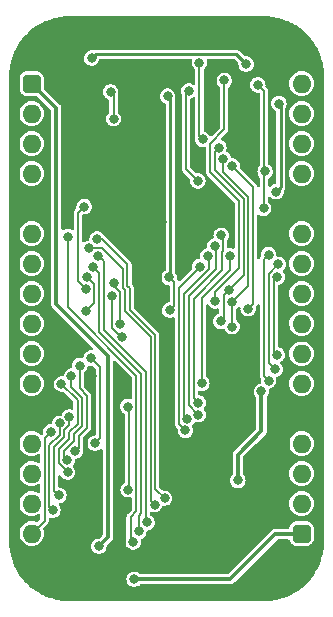
<source format=gbr>
%TF.GenerationSoftware,KiCad,Pcbnew,7.0.5*%
%TF.CreationDate,2024-01-22T12:46:48+02:00*%
%TF.ProjectId,Pixel Doubler,50697865-6c20-4446-9f75-626c65722e6b,rev?*%
%TF.SameCoordinates,Original*%
%TF.FileFunction,Copper,L2,Bot*%
%TF.FilePolarity,Positive*%
%FSLAX46Y46*%
G04 Gerber Fmt 4.6, Leading zero omitted, Abs format (unit mm)*
G04 Created by KiCad (PCBNEW 7.0.5) date 2024-01-22 12:46:48*
%MOMM*%
%LPD*%
G01*
G04 APERTURE LIST*
G04 Aperture macros list*
%AMRoundRect*
0 Rectangle with rounded corners*
0 $1 Rounding radius*
0 $2 $3 $4 $5 $6 $7 $8 $9 X,Y pos of 4 corners*
0 Add a 4 corners polygon primitive as box body*
4,1,4,$2,$3,$4,$5,$6,$7,$8,$9,$2,$3,0*
0 Add four circle primitives for the rounded corners*
1,1,$1+$1,$2,$3*
1,1,$1+$1,$4,$5*
1,1,$1+$1,$6,$7*
1,1,$1+$1,$8,$9*
0 Add four rect primitives between the rounded corners*
20,1,$1+$1,$2,$3,$4,$5,0*
20,1,$1+$1,$4,$5,$6,$7,0*
20,1,$1+$1,$6,$7,$8,$9,0*
20,1,$1+$1,$8,$9,$2,$3,0*%
G04 Aperture macros list end*
%TA.AperFunction,ComponentPad*%
%ADD10RoundRect,0.400000X-0.400000X-0.400000X0.400000X-0.400000X0.400000X0.400000X-0.400000X0.400000X0*%
%TD*%
%TA.AperFunction,ComponentPad*%
%ADD11O,1.600000X1.600000*%
%TD*%
%TA.AperFunction,ComponentPad*%
%ADD12R,1.600000X1.600000*%
%TD*%
%TA.AperFunction,ViaPad*%
%ADD13C,0.800000*%
%TD*%
%TA.AperFunction,Conductor*%
%ADD14C,0.200000*%
%TD*%
%TA.AperFunction,Conductor*%
%ADD15C,0.380000*%
%TD*%
%TA.AperFunction,Conductor*%
%ADD16C,0.250000*%
%TD*%
G04 APERTURE END LIST*
D10*
%TO.P,J1,1,Pin_1*%
%TO.N,/5V*%
X88900000Y-58420000D03*
D11*
%TO.P,J1,2,Pin_2*%
%TO.N,/~{Reset}*%
X88900000Y-60960000D03*
%TO.P,J1,3,Pin_3*%
%TO.N,/Enable Pattern*%
X88900000Y-63500000D03*
%TO.P,J1,4,Pin_4*%
%TO.N,/CLK*%
X88900000Y-66040000D03*
D12*
%TO.P,J1,5,Pin_5*%
%TO.N,/GND*%
X88900000Y-68580000D03*
D11*
%TO.P,J1,6,Pin_6*%
%TO.N,/Write Pattern Low*%
X88900000Y-71120000D03*
%TO.P,J1,7,Pin_7*%
%TO.N,/Write Pattern High*%
X88900000Y-73660000D03*
%TO.P,J1,8,Pin_8*%
%TO.N,/D7*%
X88900000Y-76200000D03*
%TO.P,J1,9,Pin_9*%
%TO.N,/D6*%
X88900000Y-78740000D03*
%TO.P,J1,10,Pin_10*%
%TO.N,/D5*%
X88900000Y-81280000D03*
%TO.P,J1,11,Pin_11*%
%TO.N,/D4*%
X88900000Y-83820000D03*
D12*
%TO.P,J1,12,Pin_12*%
%TO.N,/GND*%
X88900000Y-86360000D03*
D11*
%TO.P,J1,13,Pin_13*%
%TO.N,/D3*%
X88900000Y-88900000D03*
%TO.P,J1,14,Pin_14*%
%TO.N,/D2*%
X88900000Y-91440000D03*
%TO.P,J1,15,Pin_15*%
%TO.N,/D1*%
X88900000Y-93980000D03*
%TO.P,J1,16,Pin_16*%
%TO.N,/D0*%
X88900000Y-96520000D03*
D10*
%TO.P,J1,17,Pin_17*%
%TO.N,/5V*%
X111760000Y-96520000D03*
D11*
%TO.P,J1,18,Pin_18*%
%TO.N,unconnected-(J1-Pin_18-Pad18)*%
X111760000Y-93980000D03*
%TO.P,J1,19,Pin_19*%
%TO.N,unconnected-(J1-Pin_19-Pad19)*%
X111760000Y-91440000D03*
%TO.P,J1,20,Pin_20*%
%TO.N,unconnected-(J1-Pin_20-Pad20)*%
X111760000Y-88900000D03*
D12*
%TO.P,J1,21,Pin_21*%
%TO.N,/GND*%
X111760000Y-86360000D03*
D11*
%TO.P,J1,22,Pin_22*%
%TO.N,unconnected-(J1-Pin_22-Pad22)*%
X111760000Y-83820000D03*
%TO.P,J1,23,Pin_23*%
%TO.N,unconnected-(J1-Pin_23-Pad23)*%
X111760000Y-81280000D03*
%TO.P,J1,24,Pin_24*%
%TO.N,unconnected-(J1-Pin_24-Pad24)*%
X111760000Y-78740000D03*
%TO.P,J1,25,Pin_25*%
%TO.N,unconnected-(J1-Pin_25-Pad25)*%
X111760000Y-76200000D03*
%TO.P,J1,26,Pin_26*%
%TO.N,unconnected-(J1-Pin_26-Pad26)*%
X111760000Y-73660000D03*
%TO.P,J1,27,Pin_27*%
%TO.N,unconnected-(J1-Pin_27-Pad27)*%
X111760000Y-71120000D03*
D12*
%TO.P,J1,28,Pin_28*%
%TO.N,/GND*%
X111760000Y-68580000D03*
D11*
%TO.P,J1,29,Pin_29*%
%TO.N,unconnected-(J1-Pin_29-Pad29)*%
X111760000Y-66040000D03*
%TO.P,J1,30,Pin_30*%
%TO.N,/TC*%
X111760000Y-63500000D03*
%TO.P,J1,31,Pin_31*%
%TO.N,/Selected Pattern*%
X111760000Y-60960000D03*
%TO.P,J1,32,Pin_32*%
%TO.N,/CEP*%
X111760000Y-58420000D03*
%TD*%
D13*
%TO.N,/5V*%
X94589600Y-97586800D03*
X97586800Y-100380800D03*
%TO.N,/GND*%
X93466516Y-90047978D03*
X102920800Y-67868800D03*
X99743191Y-76070391D03*
X99922331Y-70154800D03*
X106629200Y-87934800D03*
X100685600Y-56997600D03*
X110667615Y-100761615D03*
X107391200Y-80416400D03*
X99517200Y-65938400D03*
X96139000Y-98425000D03*
X97004466Y-93885997D03*
X89408000Y-100279200D03*
X110540800Y-80518000D03*
X102920800Y-70154800D03*
X109083390Y-56568551D03*
X93980000Y-83140402D03*
X100838000Y-54406800D03*
X92075000Y-93903800D03*
X99313998Y-62585600D03*
%TO.N,/3.3V*%
X108356400Y-84480400D03*
X106357859Y-92012074D03*
%TO.N,/Selected Pattern*%
X95843360Y-61388000D03*
X95590189Y-59113000D03*
%TO.N,/Y*%
X100414247Y-59478753D03*
X100584000Y-77597000D03*
X100533200Y-74828400D03*
X93535502Y-77660502D03*
X93595051Y-74787943D03*
%TO.N,/CEP*%
X102971600Y-66649600D03*
X102209602Y-59039000D03*
%TO.N,/TC*%
X103374000Y-63135036D03*
X103108483Y-56649000D03*
%TO.N,/RPS8*%
X100156343Y-93523438D03*
X94453835Y-71568065D03*
%TO.N,/RPS9*%
X99309131Y-94054697D03*
X93759099Y-72359638D03*
%TO.N,/RPS10*%
X98672464Y-95571573D03*
X94558606Y-73035570D03*
%TO.N,/RPS11*%
X94088968Y-73918432D03*
X97972464Y-96337448D03*
%TO.N,/Q0*%
X104745869Y-63835036D03*
X105620088Y-75859486D03*
X96418400Y-78790800D03*
X95907600Y-75265976D03*
X104902000Y-78547994D03*
%TO.N,/Q1*%
X105115863Y-64764073D03*
X96573810Y-79860610D03*
X105867200Y-76933990D03*
X105867200Y-78994000D03*
X95690718Y-76368535D03*
%TO.N,/Q2*%
X107238800Y-77470000D03*
X105889357Y-65397881D03*
%TO.N,/Q3*%
X93490718Y-75785885D03*
X93345000Y-68834000D03*
X108547084Y-68973516D03*
X108665330Y-65859000D03*
X108051600Y-58521600D03*
%TO.N,/RPS0*%
X109716800Y-74812606D03*
X109685000Y-81381264D03*
%TO.N,/RPS1*%
X109524800Y-82600800D03*
X109778800Y-73710800D03*
%TO.N,/RPS2*%
X108965141Y-72890653D03*
X108966000Y-83566000D03*
%TO.N,/RPS3*%
X105726000Y-72997483D03*
X103313620Y-83788994D03*
%TO.N,/RPS4*%
X103023813Y-85439348D03*
X104952800Y-71272400D03*
%TO.N,/RPS5*%
X104404304Y-72171054D03*
X103012707Y-86449757D03*
%TO.N,/RPS6*%
X103821000Y-73018297D03*
X102073746Y-86793788D03*
%TO.N,/RPS7*%
X103145520Y-73911643D03*
X101924492Y-87785026D03*
%TO.N,/Write Pattern Low*%
X91947994Y-71374000D03*
X97505088Y-97221509D03*
%TO.N,/D0*%
X90535413Y-87887011D03*
%TO.N,/D1*%
X91266062Y-87194863D03*
X90700000Y-94538800D03*
%TO.N,/D2*%
X91204688Y-93273393D03*
X92093224Y-86632225D03*
%TO.N,/D3*%
X97073750Y-92801000D03*
X97043968Y-85762623D03*
%TO.N,/D4*%
X91427080Y-83850147D03*
X91948000Y-91313000D03*
%TO.N,/D5*%
X92270207Y-83185000D03*
X91920752Y-90295802D03*
%TO.N,/D6*%
X92970223Y-82290814D03*
X92572608Y-89537456D03*
%TO.N,/D7*%
X93931164Y-81658000D03*
X94267213Y-88863848D03*
%TO.N,/~{TC}*%
X107061000Y-56769000D03*
X93980000Y-56261000D03*
%TO.N,/~{PE}*%
X109600998Y-67564000D03*
X109836537Y-60103715D03*
%TO.N,/~{Q3}*%
X104444800Y-76809600D03*
X105215712Y-58150161D03*
%TD*%
D14*
%TO.N,/D0*%
X90000000Y-95420000D02*
X90000000Y-88422424D01*
X88900000Y-96520000D02*
X90000000Y-95420000D01*
X90000000Y-88422424D02*
X90535413Y-87887011D01*
%TO.N,/D6*%
X92877175Y-88270758D02*
X92877175Y-89232889D01*
X93593223Y-87554710D02*
X92877175Y-88270758D01*
%TO.N,/D5*%
X91629000Y-90004050D02*
X91920752Y-90295802D01*
X91629000Y-89491250D02*
X91629000Y-90004050D01*
%TO.N,/D6*%
X92970223Y-84218853D02*
X93593223Y-84841853D01*
%TO.N,/D5*%
X92477175Y-88105072D02*
X92477175Y-88643075D01*
X93193223Y-87389024D02*
X92477175Y-88105072D01*
X93193223Y-85007539D02*
X93193223Y-87389024D01*
%TO.N,/D6*%
X93593223Y-84841853D02*
X93593223Y-87554710D01*
%TO.N,/D5*%
X92270207Y-84084522D02*
X93193223Y-85007539D01*
X92270207Y-83185000D02*
X92270207Y-84084522D01*
%TO.N,/D4*%
X91200003Y-90565003D02*
X91948000Y-91313000D01*
X92077175Y-88477389D02*
X91200003Y-89354561D01*
X92077175Y-87939386D02*
X92077175Y-88477389D01*
X92793223Y-87223338D02*
X92077175Y-87939386D01*
X92793223Y-85216290D02*
X92793223Y-87223338D01*
X91200003Y-89354561D02*
X91200003Y-90565003D01*
%TO.N,/D5*%
X92477175Y-88643075D02*
X91629000Y-89491250D01*
%TO.N,/D6*%
X92970223Y-82290814D02*
X92970223Y-84218853D01*
%TO.N,/D4*%
X91427080Y-83850147D02*
X92793223Y-85216290D01*
%TO.N,/D6*%
X92877175Y-89232889D02*
X92572608Y-89537456D01*
D15*
%TO.N,/GND*%
X92075000Y-93903800D02*
X93466516Y-92512284D01*
X93466516Y-88397484D02*
X93466516Y-90047978D01*
X94083223Y-83243625D02*
X94083223Y-87780777D01*
X93980000Y-83140402D02*
X94083223Y-83243625D01*
X94083223Y-87780777D02*
X93466516Y-88397484D01*
X93466516Y-92512284D02*
X93466516Y-90047978D01*
D14*
%TO.N,/D1*%
X91277175Y-87205976D02*
X91266062Y-87194863D01*
X90400000Y-89023193D02*
X91277175Y-88146018D01*
X90400000Y-94238800D02*
X90400000Y-89023193D01*
%TO.N,/D2*%
X92093224Y-87357651D02*
X92093224Y-86632225D01*
X91677175Y-87773700D02*
X92093224Y-87357651D01*
%TO.N,/D1*%
X90700000Y-94538800D02*
X90400000Y-94238800D01*
%TO.N,/D2*%
X91677175Y-88311703D02*
X91677175Y-87773700D01*
X90800000Y-89188878D02*
X91677175Y-88311703D01*
X91204688Y-93273393D02*
X90800000Y-92868705D01*
%TO.N,/D1*%
X91277175Y-88146018D02*
X91277175Y-87205976D01*
%TO.N,/D2*%
X90800000Y-92868705D02*
X90800000Y-89188878D01*
%TO.N,/D7*%
X94680000Y-88451061D02*
X94267213Y-88863848D01*
X94680000Y-82406836D02*
X94680000Y-88451061D01*
X93931164Y-81658000D02*
X94680000Y-82406836D01*
D15*
%TO.N,/GND*%
X110570000Y-87550000D02*
X111760000Y-86360000D01*
X110570000Y-90090000D02*
X110570000Y-87550000D01*
X106197400Y-94462600D02*
X110570000Y-90090000D01*
X112950000Y-85170000D02*
X111760000Y-86360000D01*
X112950000Y-80787085D02*
X112950000Y-85170000D01*
X112252915Y-80090000D02*
X112950000Y-80787085D01*
X112092915Y-80090000D02*
X112252915Y-80090000D01*
X87710000Y-97012915D02*
X87710000Y-87550000D01*
X87710000Y-87550000D02*
X88900000Y-86360000D01*
X96139000Y-98425000D02*
X89122085Y-98425000D01*
X89122085Y-98425000D02*
X87710000Y-97012915D01*
X87710000Y-85170000D02*
X88900000Y-86360000D01*
X87710000Y-69770000D02*
X87710000Y-85170000D01*
X88900000Y-68580000D02*
X87710000Y-69770000D01*
%TO.N,/5V*%
X94589600Y-97586800D02*
X95351600Y-96824800D01*
X95351600Y-81452686D02*
X90982800Y-77083886D01*
X97586800Y-100380800D02*
X105714800Y-100380800D01*
X90982800Y-77083886D02*
X90982800Y-60502800D01*
X95351600Y-96824800D02*
X95351600Y-81452686D01*
X90982800Y-60502800D02*
X88900000Y-58420000D01*
X105714800Y-100380800D02*
X109524800Y-96570800D01*
X109524800Y-96570800D02*
X111760000Y-96570800D01*
%TO.N,/GND*%
X97004466Y-93885997D02*
X96139000Y-94751463D01*
X99263200Y-62534802D02*
X99313998Y-62585600D01*
X87710000Y-57230000D02*
X87710000Y-67390000D01*
X102235000Y-98425000D02*
X96139000Y-98425000D01*
X112950000Y-79232915D02*
X112950000Y-79146400D01*
X99263200Y-58420000D02*
X99263200Y-62534802D01*
X96139000Y-94751463D02*
X96139000Y-98425000D01*
X99517200Y-65938400D02*
X99568000Y-65887600D01*
X99568000Y-65887600D02*
X99568000Y-62839602D01*
X99743191Y-74450009D02*
X99743191Y-76070391D01*
X111760000Y-68580000D02*
X112950000Y-69770000D01*
X100685600Y-56997600D02*
X99263200Y-58420000D01*
X100132331Y-74060869D02*
X99743191Y-74450009D01*
X110968800Y-80090000D02*
X110540800Y-80518000D01*
X111760000Y-68580000D02*
X112950000Y-67390000D01*
X100838000Y-54406800D02*
X90533200Y-54406800D01*
X99922331Y-70154800D02*
X100132331Y-70364800D01*
X106197400Y-94462600D02*
X102235000Y-98425000D01*
X99568000Y-62839602D02*
X99313998Y-62585600D01*
X100132331Y-70364800D02*
X100132331Y-74060869D01*
X104698800Y-89865200D02*
X104698800Y-92964000D01*
X104698800Y-92964000D02*
X106197400Y-94462600D01*
X106629200Y-87934800D02*
X106629200Y-81178400D01*
X87710000Y-67390000D02*
X88900000Y-68580000D01*
X112950000Y-67390000D02*
X112950000Y-57730400D01*
X106629200Y-87934800D02*
X104698800Y-89865200D01*
X112950000Y-69770000D02*
X112950000Y-79146400D01*
X102920800Y-70154800D02*
X102920800Y-67868800D01*
X106629200Y-81178400D02*
X107391200Y-80416400D01*
X112092915Y-80090000D02*
X110968800Y-80090000D01*
X90533200Y-54406800D02*
X87710000Y-57230000D01*
X112092915Y-80090000D02*
X112950000Y-79232915D01*
X109626400Y-54406800D02*
X100838000Y-54406800D01*
X112950000Y-57730400D02*
X109626400Y-54406800D01*
%TO.N,/3.3V*%
X108356400Y-87833200D02*
X108356400Y-84480400D01*
X106357859Y-89831741D02*
X108356400Y-87833200D01*
X106357859Y-92012074D02*
X106357859Y-89831741D01*
D14*
%TO.N,/Selected Pattern*%
X95843360Y-61388000D02*
X95843360Y-59366171D01*
X95843360Y-59366171D02*
X95590189Y-59113000D01*
D16*
%TO.N,/Y*%
X100647331Y-59711837D02*
X100414247Y-59478753D01*
D14*
X100584000Y-77597000D02*
X100939600Y-77241400D01*
X94190718Y-75383610D02*
X93595051Y-74787943D01*
X100939600Y-77241400D02*
X100939600Y-75234800D01*
D16*
X100533200Y-74828400D02*
X100647331Y-74714269D01*
X100647331Y-74714269D02*
X100647331Y-59711837D01*
D14*
X93535502Y-77660502D02*
X94190718Y-77005286D01*
X94190718Y-77005286D02*
X94190718Y-75383610D01*
X100939600Y-75234800D02*
X100533200Y-74828400D01*
%TO.N,/CEP*%
X101955600Y-65633600D02*
X101955600Y-59293002D01*
X102971600Y-66649600D02*
X101955600Y-65633600D01*
X101955600Y-59293002D02*
X102209602Y-59039000D01*
%TO.N,/TC*%
X103108483Y-56649000D02*
X103108483Y-62869519D01*
X103108483Y-62869519D02*
X103374000Y-63135036D01*
%TO.N,/RPS8*%
X97199600Y-75756606D02*
X97007600Y-75564605D01*
X99373749Y-79719187D02*
X97199600Y-77545033D01*
X94866751Y-71568065D02*
X94453835Y-71568065D01*
X99373749Y-92740844D02*
X99373749Y-79719187D01*
X97199600Y-77545033D02*
X97199600Y-75756606D01*
X97007600Y-73708914D02*
X94866751Y-71568065D01*
X100156343Y-93523438D02*
X99373749Y-92740844D01*
X97007600Y-75564605D02*
X97007600Y-73708914D01*
%TO.N,/RPS9*%
X96607600Y-75730290D02*
X96607600Y-74094614D01*
X98973749Y-93719315D02*
X98973749Y-79884872D01*
X96799600Y-75922290D02*
X96607600Y-75730290D01*
X99309131Y-94054697D02*
X98973749Y-93719315D01*
X96607600Y-74094614D02*
X94848556Y-72335570D01*
X98973749Y-79884872D02*
X96799600Y-77710718D01*
X93783167Y-72335570D02*
X93759099Y-72359638D01*
X96799600Y-77710718D02*
X96799600Y-75922290D01*
X94848556Y-72335570D02*
X93783167Y-72335570D01*
%TO.N,/RPS10*%
X98573746Y-95472855D02*
X98573746Y-82850496D01*
X98573746Y-82850496D02*
X94990718Y-79267468D01*
X94990718Y-73467682D02*
X94558606Y-73035570D01*
X98672464Y-95571573D02*
X98573746Y-95472855D01*
X94990718Y-79267468D02*
X94990718Y-73467682D01*
%TO.N,/RPS11*%
X97972464Y-96337448D02*
X97972464Y-94998221D01*
X98173746Y-83016181D02*
X94590718Y-79433153D01*
X97972464Y-94998221D02*
X98173746Y-94796940D01*
X94590718Y-79433153D02*
X94590718Y-74420182D01*
X94590718Y-74420182D02*
X94088968Y-73918432D01*
X98173746Y-94796940D02*
X98173746Y-83016181D01*
%TO.N,/Q0*%
X104403836Y-64177069D02*
X104745869Y-63835036D01*
X95907600Y-75595975D02*
X96399600Y-76087975D01*
X105156000Y-76323574D02*
X105620088Y-75859486D01*
X96399600Y-78772000D02*
X96418400Y-78790800D01*
X96399600Y-76087975D02*
X96399600Y-78772000D01*
X106845200Y-74634374D02*
X106845200Y-68179514D01*
X95907600Y-75265976D02*
X95907600Y-75595975D01*
X105620088Y-75859486D02*
X106845200Y-74634374D01*
X105156000Y-78293994D02*
X105156000Y-76323574D01*
X106845200Y-68179514D02*
X104403836Y-65738150D01*
X104403836Y-65738150D02*
X104403836Y-64177069D01*
X104902000Y-78547994D02*
X105156000Y-78293994D01*
%TO.N,/Q1*%
X95690718Y-79103870D02*
X96447458Y-79860610D01*
X105115863Y-64764073D02*
X105115863Y-65884491D01*
X96447458Y-79860610D02*
X96573810Y-79860610D01*
X105867200Y-78994000D02*
X105867200Y-76933990D01*
X95690718Y-76368535D02*
X95690718Y-79103870D01*
X105115863Y-65884491D02*
X107245200Y-68013828D01*
X107245200Y-75555990D02*
X105867200Y-76933990D01*
X107245200Y-68013828D02*
X107245200Y-75555990D01*
%TO.N,/Q2*%
X105889357Y-65397881D02*
X107645200Y-67153724D01*
X107645200Y-77063600D02*
X107238800Y-77470000D01*
X107645200Y-67153724D02*
X107645200Y-77063600D01*
%TO.N,/Q3*%
X92819967Y-75115134D02*
X93490718Y-75785885D01*
X108585000Y-59055000D02*
X108051600Y-58521600D01*
X108611330Y-65913000D02*
X108665330Y-65859000D01*
X93345000Y-68834000D02*
X92819967Y-69359033D01*
X92819967Y-69359033D02*
X92819967Y-75115134D01*
X108585000Y-65913000D02*
X108585000Y-68935600D01*
X108585000Y-68935600D02*
X108547084Y-68973516D01*
X108585000Y-65913000D02*
X108585000Y-59055000D01*
X108585000Y-65913000D02*
X108611330Y-65913000D01*
%TO.N,/RPS0*%
X109685000Y-81381264D02*
X109385000Y-81081264D01*
X109385000Y-81081264D02*
X109385000Y-75144406D01*
X109385000Y-75144406D02*
X109716800Y-74812606D01*
%TO.N,/RPS1*%
X108966000Y-82042000D02*
X109524800Y-82600800D01*
X108966000Y-74523600D02*
X108966000Y-82042000D01*
X109778800Y-73710800D02*
X108966000Y-74523600D01*
%TO.N,/RPS2*%
X108566000Y-73289794D02*
X108566000Y-83166000D01*
X108965141Y-72890653D02*
X108566000Y-73289794D01*
X108566000Y-83166000D02*
X108966000Y-83566000D01*
%TO.N,/RPS3*%
X105726000Y-74197938D02*
X105726000Y-72997483D01*
X103313620Y-83788994D02*
X103313620Y-76610318D01*
X103313620Y-76610318D02*
X105726000Y-74197938D01*
%TO.N,/RPS4*%
X105026000Y-72707533D02*
X105026000Y-74233430D01*
X104952800Y-71272400D02*
X105109829Y-71429429D01*
X102613620Y-85029155D02*
X103023813Y-85439348D01*
X105109829Y-71429429D02*
X105109829Y-72623704D01*
X105109829Y-72623704D02*
X105026000Y-72707533D01*
X105026000Y-74233430D02*
X102613620Y-76645810D01*
X102613620Y-76645810D02*
X102613620Y-85029155D01*
%TO.N,/RPS5*%
X104521000Y-72287750D02*
X104521000Y-74091800D01*
X102196342Y-85633392D02*
X103012707Y-86449757D01*
X104521000Y-74091800D02*
X102196342Y-76416458D01*
X104404304Y-72171054D02*
X104521000Y-72287750D01*
X102196342Y-76416458D02*
X102196342Y-85633392D01*
%TO.N,/RPS6*%
X101796342Y-76250772D02*
X101796342Y-86516384D01*
X103821000Y-73018297D02*
X103900659Y-73097956D01*
X103900659Y-73097956D02*
X103900659Y-74146455D01*
X101796342Y-86516384D02*
X102073746Y-86793788D01*
X103900659Y-74146455D02*
X101796342Y-76250772D01*
%TO.N,/RPS7*%
X101373746Y-87234280D02*
X101924492Y-87785026D01*
X103145520Y-73911643D02*
X101373746Y-75683417D01*
X101373746Y-75683417D02*
X101373746Y-87234280D01*
%TO.N,/Write Pattern Low*%
X97272464Y-95132536D02*
X97272464Y-96988885D01*
X97773746Y-83181867D02*
X97773746Y-94631254D01*
X91947994Y-77356115D02*
X97773746Y-83181867D01*
X91947994Y-71374000D02*
X91947994Y-77356115D01*
X97773746Y-94631254D02*
X97272464Y-95132536D01*
X97272464Y-96988885D02*
X97505088Y-97221509D01*
%TO.N,/D3*%
X97073750Y-92801000D02*
X97155000Y-92719750D01*
X97155000Y-92719750D02*
X97155000Y-85873655D01*
X97155000Y-85873655D02*
X97043968Y-85762623D01*
D16*
%TO.N,/~{TC}*%
X106216000Y-55924000D02*
X107061000Y-56769000D01*
X94317000Y-55924000D02*
X106216000Y-55924000D01*
X93980000Y-56261000D02*
X94317000Y-55924000D01*
%TO.N,/~{PE}*%
X109982000Y-60249178D02*
X109836537Y-60103715D01*
X109982000Y-67182998D02*
X109982000Y-60249178D01*
X109600998Y-67564000D02*
X109982000Y-67182998D01*
D14*
%TO.N,/~{Q3}*%
X105215712Y-62283274D02*
X105215712Y-58150161D01*
X106445200Y-68345200D02*
X104003836Y-65903835D01*
X104444800Y-76809600D02*
X104444800Y-76044824D01*
X104003836Y-63495150D02*
X105215712Y-62283274D01*
X104003836Y-65903835D02*
X104003836Y-63495150D01*
X104444800Y-76044824D02*
X106445200Y-74044424D01*
X106445200Y-74044424D02*
X106445200Y-68345200D01*
%TD*%
%TA.AperFunction,Conductor*%
%TO.N,/GND*%
G36*
X108586279Y-52705552D02*
G01*
X108802547Y-52714497D01*
X109007732Y-52723456D01*
X109012654Y-52723870D01*
X109230758Y-52751057D01*
X109435849Y-52778058D01*
X109440420Y-52778837D01*
X109655328Y-52823898D01*
X109857714Y-52868766D01*
X109861969Y-52869869D01*
X110072452Y-52932533D01*
X110270378Y-52994939D01*
X110274180Y-52996277D01*
X110478346Y-53075943D01*
X110479439Y-53076383D01*
X110615777Y-53132856D01*
X110670763Y-53155632D01*
X110674246Y-53157202D01*
X110871123Y-53253450D01*
X110872341Y-53254064D01*
X111002930Y-53322045D01*
X111056061Y-53349704D01*
X111059170Y-53351437D01*
X111247329Y-53463555D01*
X111248839Y-53464485D01*
X111423516Y-53575767D01*
X111426203Y-53577580D01*
X111523020Y-53646706D01*
X111604439Y-53704838D01*
X111606155Y-53706109D01*
X111770405Y-53832142D01*
X111772733Y-53834019D01*
X111939843Y-53975554D01*
X111941648Y-53977143D01*
X112094328Y-54117049D01*
X112096255Y-54118893D01*
X112251104Y-54273742D01*
X112252952Y-54275673D01*
X112392844Y-54428338D01*
X112394444Y-54430155D01*
X112535979Y-54597265D01*
X112537856Y-54599593D01*
X112663889Y-54763843D01*
X112665160Y-54765559D01*
X112792412Y-54943786D01*
X112794233Y-54946484D01*
X112905490Y-55121123D01*
X112906443Y-55122669D01*
X113018561Y-55310828D01*
X113020294Y-55313937D01*
X113115896Y-55497583D01*
X113116582Y-55498942D01*
X113175032Y-55618503D01*
X113212786Y-55695731D01*
X113214366Y-55699235D01*
X113293596Y-55890512D01*
X113294074Y-55891701D01*
X113319350Y-55956476D01*
X113373708Y-56095785D01*
X113375072Y-56099657D01*
X113437463Y-56297540D01*
X113500124Y-56508013D01*
X113501232Y-56512286D01*
X113546103Y-56714682D01*
X113591157Y-56929559D01*
X113591947Y-56934192D01*
X113618943Y-57139252D01*
X113646126Y-57357322D01*
X113646543Y-57362288D01*
X113655518Y-57567843D01*
X113664447Y-57783718D01*
X113664500Y-57786280D01*
X113664500Y-97153719D01*
X113664447Y-97156281D01*
X113655518Y-97372156D01*
X113646543Y-97577710D01*
X113646126Y-97582676D01*
X113618943Y-97800746D01*
X113591947Y-98005806D01*
X113591157Y-98010439D01*
X113546103Y-98225316D01*
X113501232Y-98427712D01*
X113500124Y-98431985D01*
X113437463Y-98642458D01*
X113375072Y-98840341D01*
X113373700Y-98844237D01*
X113294074Y-99048297D01*
X113293596Y-99049486D01*
X113214366Y-99240763D01*
X113212786Y-99244267D01*
X113116602Y-99441016D01*
X113115896Y-99442415D01*
X113020294Y-99626061D01*
X113018561Y-99629170D01*
X112906443Y-99817329D01*
X112905472Y-99818905D01*
X112794244Y-99993497D01*
X112792412Y-99996212D01*
X112665160Y-100174439D01*
X112663889Y-100176155D01*
X112537856Y-100340405D01*
X112535979Y-100342733D01*
X112394444Y-100509843D01*
X112392844Y-100511660D01*
X112252952Y-100664325D01*
X112251082Y-100666279D01*
X112096279Y-100821082D01*
X112094325Y-100822952D01*
X111941660Y-100962844D01*
X111939843Y-100964444D01*
X111772733Y-101105979D01*
X111770405Y-101107856D01*
X111606155Y-101233889D01*
X111604439Y-101235160D01*
X111426212Y-101362412D01*
X111423497Y-101364244D01*
X111248905Y-101475472D01*
X111247329Y-101476443D01*
X111059170Y-101588561D01*
X111056061Y-101590294D01*
X110872415Y-101685896D01*
X110871016Y-101686602D01*
X110674267Y-101782786D01*
X110670763Y-101784366D01*
X110479486Y-101863596D01*
X110478297Y-101864074D01*
X110274237Y-101943700D01*
X110270341Y-101945072D01*
X110072458Y-102007463D01*
X109861985Y-102070124D01*
X109857712Y-102071232D01*
X109655316Y-102116103D01*
X109440439Y-102161157D01*
X109435806Y-102161947D01*
X109230746Y-102188943D01*
X109012676Y-102216126D01*
X109007710Y-102216543D01*
X108802266Y-102225513D01*
X108592125Y-102234205D01*
X108586280Y-102234447D01*
X108583720Y-102234500D01*
X92076280Y-102234500D01*
X92073719Y-102234447D01*
X92067264Y-102234180D01*
X91857732Y-102225513D01*
X91652288Y-102216543D01*
X91647322Y-102216126D01*
X91429252Y-102188943D01*
X91224192Y-102161947D01*
X91219559Y-102161157D01*
X91004682Y-102116103D01*
X90802286Y-102071232D01*
X90798013Y-102070124D01*
X90587540Y-102007463D01*
X90389657Y-101945072D01*
X90385785Y-101943708D01*
X90253255Y-101891995D01*
X90181701Y-101864074D01*
X90180512Y-101863596D01*
X89989235Y-101784366D01*
X89985731Y-101782786D01*
X89931184Y-101756119D01*
X89788942Y-101686582D01*
X89787583Y-101685896D01*
X89603937Y-101590294D01*
X89600828Y-101588561D01*
X89412669Y-101476443D01*
X89411123Y-101475490D01*
X89236494Y-101364239D01*
X89233786Y-101362412D01*
X89055559Y-101235160D01*
X89053843Y-101233889D01*
X88889593Y-101107856D01*
X88887265Y-101105979D01*
X88720155Y-100964444D01*
X88718338Y-100962844D01*
X88671674Y-100920084D01*
X88565662Y-100822942D01*
X88563742Y-100821104D01*
X88408893Y-100666255D01*
X88407059Y-100664339D01*
X88267143Y-100511648D01*
X88265554Y-100509843D01*
X88156260Y-100380800D01*
X96931522Y-100380800D01*
X96950562Y-100537618D01*
X97006579Y-100685323D01*
X97006580Y-100685323D01*
X97096317Y-100815330D01*
X97214560Y-100920083D01*
X97214562Y-100920084D01*
X97354434Y-100993496D01*
X97507814Y-101031300D01*
X97507815Y-101031300D01*
X97665785Y-101031300D01*
X97819165Y-100993496D01*
X97874518Y-100964444D01*
X97959040Y-100920083D01*
X98035344Y-100852483D01*
X98098578Y-100822763D01*
X98117571Y-100821300D01*
X105686572Y-100821300D01*
X105693512Y-100821689D01*
X105723451Y-100825063D01*
X105731456Y-100825965D01*
X105731456Y-100825964D01*
X105731457Y-100825965D01*
X105787504Y-100815359D01*
X105789771Y-100814975D01*
X105846106Y-100806485D01*
X105854077Y-100804026D01*
X105861927Y-100801279D01*
X105861927Y-100801278D01*
X105861931Y-100801278D01*
X105912329Y-100774640D01*
X105914375Y-100773608D01*
X105965746Y-100748870D01*
X105965748Y-100748867D01*
X105972604Y-100744193D01*
X105979332Y-100739229D01*
X105979331Y-100739228D01*
X106019637Y-100698922D01*
X106021260Y-100697358D01*
X106063087Y-100658550D01*
X106063089Y-100658546D01*
X106068882Y-100651282D01*
X106069558Y-100651821D01*
X106078831Y-100639728D01*
X109670941Y-97047619D01*
X109732265Y-97014134D01*
X109758623Y-97011300D01*
X110616026Y-97011300D01*
X110683065Y-97030985D01*
X110728820Y-97083789D01*
X110735102Y-97100705D01*
X110758253Y-97180393D01*
X110758255Y-97180396D01*
X110841917Y-97321862D01*
X110841923Y-97321870D01*
X110958129Y-97438076D01*
X110958133Y-97438079D01*
X110958135Y-97438081D01*
X111099602Y-97521744D01*
X111141224Y-97533836D01*
X111257426Y-97567597D01*
X111257429Y-97567597D01*
X111257431Y-97567598D01*
X111294306Y-97570500D01*
X111294314Y-97570500D01*
X112225686Y-97570500D01*
X112225694Y-97570500D01*
X112262569Y-97567598D01*
X112262571Y-97567597D01*
X112262573Y-97567597D01*
X112304899Y-97555300D01*
X112420398Y-97521744D01*
X112561865Y-97438081D01*
X112678081Y-97321865D01*
X112761744Y-97180398D01*
X112800350Y-97047517D01*
X112807597Y-97022573D01*
X112807598Y-97022567D01*
X112810499Y-96985701D01*
X112810500Y-96985694D01*
X112810500Y-96054306D01*
X112807598Y-96017431D01*
X112804306Y-96006101D01*
X112761745Y-95859606D01*
X112761744Y-95859603D01*
X112761744Y-95859602D01*
X112678081Y-95718135D01*
X112678079Y-95718133D01*
X112678076Y-95718129D01*
X112561870Y-95601923D01*
X112561862Y-95601917D01*
X112465229Y-95544769D01*
X112420398Y-95518256D01*
X112420397Y-95518255D01*
X112420396Y-95518255D01*
X112420393Y-95518254D01*
X112262573Y-95472402D01*
X112262567Y-95472401D01*
X112225701Y-95469500D01*
X112225694Y-95469500D01*
X111294306Y-95469500D01*
X111294298Y-95469500D01*
X111257432Y-95472401D01*
X111257426Y-95472402D01*
X111099606Y-95518254D01*
X111099603Y-95518255D01*
X110958137Y-95601917D01*
X110958129Y-95601923D01*
X110841923Y-95718129D01*
X110841917Y-95718137D01*
X110758255Y-95859603D01*
X110758254Y-95859606D01*
X110712402Y-96017426D01*
X110711263Y-96023667D01*
X110709709Y-96023383D01*
X110687624Y-96081322D01*
X110631391Y-96122790D01*
X110588894Y-96130300D01*
X109553028Y-96130300D01*
X109546089Y-96129910D01*
X109532873Y-96128421D01*
X109508144Y-96125634D01*
X109452117Y-96136234D01*
X109449834Y-96136622D01*
X109393492Y-96145115D01*
X109385514Y-96147576D01*
X109377668Y-96150322D01*
X109327293Y-96176945D01*
X109325226Y-96177988D01*
X109273853Y-96202729D01*
X109266997Y-96207403D01*
X109260264Y-96212373D01*
X109219985Y-96252652D01*
X109218317Y-96254259D01*
X109176510Y-96293051D01*
X109170719Y-96300314D01*
X109170049Y-96299780D01*
X109160768Y-96311869D01*
X105568658Y-99903981D01*
X105507335Y-99937466D01*
X105480977Y-99940300D01*
X98117571Y-99940300D01*
X98050532Y-99920615D01*
X98035344Y-99909116D01*
X98029548Y-99903981D01*
X97959040Y-99841517D01*
X97959038Y-99841516D01*
X97959037Y-99841515D01*
X97819165Y-99768103D01*
X97665786Y-99730300D01*
X97665785Y-99730300D01*
X97507815Y-99730300D01*
X97507814Y-99730300D01*
X97354434Y-99768103D01*
X97214562Y-99841515D01*
X97096316Y-99946271D01*
X97006581Y-100076275D01*
X97006580Y-100076276D01*
X96950562Y-100223981D01*
X96931522Y-100380799D01*
X96931522Y-100380800D01*
X88156260Y-100380800D01*
X88124019Y-100342733D01*
X88122142Y-100340405D01*
X87996109Y-100176155D01*
X87994838Y-100174439D01*
X87867580Y-99996203D01*
X87865771Y-99993522D01*
X87754485Y-99818839D01*
X87753555Y-99817329D01*
X87641437Y-99629170D01*
X87639704Y-99626061D01*
X87612045Y-99572930D01*
X87544064Y-99442341D01*
X87543450Y-99441123D01*
X87447202Y-99244246D01*
X87445632Y-99240763D01*
X87366402Y-99049486D01*
X87365943Y-99048346D01*
X87286277Y-98844180D01*
X87284939Y-98840378D01*
X87222529Y-98642438D01*
X87211648Y-98605890D01*
X87159869Y-98431969D01*
X87158766Y-98427712D01*
X87113896Y-98225316D01*
X87068837Y-98010420D01*
X87068058Y-98005849D01*
X87041055Y-97800746D01*
X87013870Y-97582654D01*
X87013456Y-97577732D01*
X87004502Y-97372672D01*
X86995552Y-97156280D01*
X86995500Y-97153719D01*
X86995500Y-96519999D01*
X87844417Y-96519999D01*
X87864699Y-96725932D01*
X87878667Y-96771978D01*
X87924768Y-96923954D01*
X88022315Y-97106450D01*
X88039837Y-97127801D01*
X88153589Y-97266410D01*
X88250209Y-97345702D01*
X88313550Y-97397685D01*
X88496046Y-97495232D01*
X88694066Y-97555300D01*
X88694065Y-97555300D01*
X88714348Y-97557297D01*
X88900000Y-97575583D01*
X89105934Y-97555300D01*
X89303954Y-97495232D01*
X89486450Y-97397685D01*
X89646410Y-97266410D01*
X89777685Y-97106450D01*
X89875232Y-96923954D01*
X89935300Y-96725934D01*
X89955583Y-96520000D01*
X89935300Y-96314066D01*
X89879210Y-96129163D01*
X89878588Y-96059297D01*
X89910189Y-96005490D01*
X90213043Y-95702636D01*
X90232894Y-95686516D01*
X90240669Y-95681437D01*
X90260864Y-95655488D01*
X90265942Y-95649737D01*
X90268375Y-95647306D01*
X90280301Y-95630600D01*
X90281804Y-95628584D01*
X90312517Y-95589126D01*
X90312519Y-95589117D01*
X90316017Y-95582655D01*
X90319241Y-95576063D01*
X90328557Y-95544769D01*
X90333506Y-95528144D01*
X90334264Y-95525777D01*
X90350500Y-95478488D01*
X90350500Y-95478481D01*
X90351706Y-95471256D01*
X90352617Y-95463952D01*
X90350553Y-95414051D01*
X90350500Y-95411488D01*
X90350500Y-95280896D01*
X90370183Y-95213860D01*
X90422987Y-95168105D01*
X90492145Y-95158161D01*
X90504173Y-95160502D01*
X90621014Y-95189300D01*
X90621015Y-95189300D01*
X90778985Y-95189300D01*
X90932365Y-95151496D01*
X90932364Y-95151495D01*
X91072240Y-95078083D01*
X91190483Y-94973330D01*
X91280220Y-94843323D01*
X91336237Y-94695618D01*
X91355278Y-94538800D01*
X91353286Y-94522390D01*
X91336237Y-94381981D01*
X91286226Y-94250114D01*
X91280220Y-94234277D01*
X91199333Y-94117092D01*
X91177451Y-94050738D01*
X91194916Y-93983087D01*
X91246184Y-93935617D01*
X91276593Y-93926507D01*
X91276391Y-93925688D01*
X91437053Y-93886089D01*
X91437052Y-93886089D01*
X91576928Y-93812676D01*
X91695171Y-93707923D01*
X91784908Y-93577916D01*
X91840925Y-93430211D01*
X91859966Y-93273393D01*
X91855369Y-93235528D01*
X91840925Y-93116574D01*
X91815534Y-93049624D01*
X91784908Y-92968870D01*
X91695171Y-92838863D01*
X91576928Y-92734110D01*
X91576926Y-92734109D01*
X91576925Y-92734108D01*
X91437053Y-92660696D01*
X91283674Y-92622893D01*
X91283673Y-92622893D01*
X91274500Y-92622893D01*
X91207461Y-92603208D01*
X91161706Y-92550404D01*
X91150500Y-92498893D01*
X91150500Y-91700668D01*
X91170185Y-91633629D01*
X91222989Y-91587874D01*
X91292147Y-91577930D01*
X91355703Y-91606955D01*
X91376548Y-91630226D01*
X91387391Y-91645934D01*
X91457515Y-91747528D01*
X91457517Y-91747530D01*
X91575760Y-91852283D01*
X91575762Y-91852284D01*
X91715634Y-91925696D01*
X91869014Y-91963500D01*
X91869015Y-91963500D01*
X92026985Y-91963500D01*
X92180365Y-91925696D01*
X92320240Y-91852283D01*
X92438483Y-91747530D01*
X92528220Y-91617523D01*
X92584237Y-91469818D01*
X92603278Y-91313000D01*
X92584237Y-91156182D01*
X92528220Y-91008477D01*
X92438483Y-90878470D01*
X92438481Y-90878467D01*
X92433509Y-90872855D01*
X92434976Y-90871554D01*
X92403226Y-90820945D01*
X92403988Y-90751079D01*
X92420525Y-90716872D01*
X92500972Y-90600325D01*
X92556989Y-90452620D01*
X92576030Y-90295802D01*
X92576029Y-90295798D01*
X92576880Y-90288795D01*
X92604501Y-90224617D01*
X92662435Y-90185560D01*
X92670280Y-90183349D01*
X92804973Y-90150152D01*
X92944848Y-90076739D01*
X93063091Y-89971986D01*
X93152828Y-89841979D01*
X93208845Y-89694274D01*
X93227886Y-89537456D01*
X93209191Y-89383487D01*
X93215006Y-89328278D01*
X93225272Y-89298376D01*
X93227675Y-89291377D01*
X93227675Y-89291372D01*
X93228881Y-89284147D01*
X93229792Y-89276840D01*
X93227728Y-89226930D01*
X93227675Y-89224367D01*
X93227675Y-88467300D01*
X93247360Y-88400261D01*
X93263990Y-88379623D01*
X93806266Y-87837346D01*
X93826117Y-87821226D01*
X93833892Y-87816147D01*
X93854087Y-87790198D01*
X93859165Y-87784447D01*
X93861598Y-87782016D01*
X93873524Y-87765310D01*
X93875027Y-87763294D01*
X93905740Y-87723836D01*
X93905742Y-87723827D01*
X93909240Y-87717365D01*
X93912464Y-87710773D01*
X93919524Y-87687057D01*
X93926729Y-87662854D01*
X93927487Y-87660487D01*
X93943723Y-87613198D01*
X93943723Y-87613191D01*
X93944929Y-87605968D01*
X93945840Y-87598661D01*
X93943776Y-87548751D01*
X93943723Y-87546188D01*
X93943723Y-84891064D01*
X93946362Y-84865617D01*
X93948266Y-84856538D01*
X93944541Y-84826652D01*
X93944200Y-84823914D01*
X93943723Y-84816238D01*
X93943723Y-84812815D01*
X93940789Y-84795232D01*
X93940341Y-84792552D01*
X93939977Y-84790043D01*
X93933796Y-84740460D01*
X93931700Y-84733421D01*
X93929314Y-84726470D01*
X93905539Y-84682538D01*
X93904365Y-84680257D01*
X93882422Y-84635371D01*
X93878142Y-84629377D01*
X93873643Y-84623597D01*
X93873641Y-84623595D01*
X93836865Y-84589740D01*
X93835043Y-84587991D01*
X93357042Y-84109990D01*
X93323557Y-84048667D01*
X93320723Y-84022309D01*
X93320723Y-82905164D01*
X93340408Y-82838125D01*
X93362494Y-82812350D01*
X93460706Y-82725344D01*
X93550443Y-82595337D01*
X93606460Y-82447632D01*
X93613131Y-82392685D01*
X93640752Y-82328509D01*
X93698686Y-82289451D01*
X93765902Y-82287235D01*
X93852179Y-82308500D01*
X94010150Y-82308500D01*
X94017595Y-82307596D01*
X94018001Y-82310941D01*
X94072623Y-82313221D01*
X94120439Y-82342957D01*
X94293181Y-82515699D01*
X94326666Y-82577022D01*
X94329500Y-82603380D01*
X94329500Y-88089348D01*
X94309815Y-88156387D01*
X94257011Y-88202142D01*
X94205500Y-88213348D01*
X94188227Y-88213348D01*
X94034847Y-88251151D01*
X93894975Y-88324563D01*
X93776729Y-88429319D01*
X93686994Y-88559323D01*
X93686993Y-88559324D01*
X93630975Y-88707029D01*
X93611935Y-88863847D01*
X93611935Y-88863848D01*
X93630975Y-89020666D01*
X93686992Y-89168371D01*
X93686993Y-89168371D01*
X93776730Y-89298378D01*
X93894973Y-89403131D01*
X93894975Y-89403132D01*
X94034847Y-89476544D01*
X94188227Y-89514348D01*
X94188228Y-89514348D01*
X94346198Y-89514348D01*
X94499578Y-89476544D01*
X94639450Y-89403133D01*
X94639451Y-89403131D01*
X94639453Y-89403131D01*
X94704874Y-89345173D01*
X94768106Y-89315453D01*
X94837370Y-89324637D01*
X94890673Y-89369809D01*
X94911093Y-89436629D01*
X94911100Y-89437990D01*
X94911100Y-96590977D01*
X94891415Y-96658016D01*
X94874781Y-96678658D01*
X94653458Y-96899981D01*
X94592135Y-96933466D01*
X94565777Y-96936300D01*
X94510614Y-96936300D01*
X94357234Y-96974103D01*
X94217362Y-97047515D01*
X94099116Y-97152271D01*
X94009381Y-97282275D01*
X94009380Y-97282276D01*
X93953362Y-97429981D01*
X93934322Y-97586799D01*
X93934322Y-97586800D01*
X93953362Y-97743618D01*
X93987718Y-97834205D01*
X94009380Y-97891323D01*
X94099117Y-98021330D01*
X94217360Y-98126083D01*
X94217362Y-98126084D01*
X94357234Y-98199496D01*
X94510614Y-98237300D01*
X94510615Y-98237300D01*
X94668585Y-98237300D01*
X94821965Y-98199496D01*
X94823886Y-98198488D01*
X94961840Y-98126083D01*
X95080083Y-98021330D01*
X95169820Y-97891323D01*
X95225837Y-97743618D01*
X95244187Y-97592490D01*
X95271807Y-97528315D01*
X95279590Y-97519769D01*
X95643128Y-97156231D01*
X95648296Y-97151612D01*
X95678157Y-97127801D01*
X95710294Y-97080662D01*
X95711582Y-97078846D01*
X95745452Y-97032957D01*
X95745453Y-97032955D01*
X95749343Y-97025594D01*
X95752959Y-97018087D01*
X95754179Y-97014134D01*
X95769757Y-96963624D01*
X95770481Y-96961428D01*
X95789311Y-96907620D01*
X95790849Y-96899485D01*
X95792100Y-96891192D01*
X95792100Y-96834214D01*
X95792142Y-96831933D01*
X95794275Y-96774923D01*
X95794274Y-96774922D01*
X95793235Y-96765693D01*
X95794088Y-96765596D01*
X95792100Y-96750481D01*
X95792100Y-81995264D01*
X95811785Y-81928225D01*
X95864589Y-81882470D01*
X95933747Y-81872526D01*
X95997303Y-81901551D01*
X96003779Y-81907581D01*
X97386928Y-83290731D01*
X97420412Y-83352052D01*
X97423246Y-83378410D01*
X97423246Y-85027863D01*
X97403561Y-85094902D01*
X97350757Y-85140657D01*
X97281599Y-85150601D01*
X97269572Y-85148260D01*
X97122954Y-85112123D01*
X97122953Y-85112123D01*
X96964983Y-85112123D01*
X96964982Y-85112123D01*
X96811602Y-85149926D01*
X96671730Y-85223338D01*
X96553484Y-85328094D01*
X96463749Y-85458098D01*
X96463748Y-85458099D01*
X96407730Y-85605804D01*
X96388690Y-85762622D01*
X96388690Y-85762623D01*
X96407730Y-85919441D01*
X96445689Y-86019528D01*
X96463748Y-86067146D01*
X96553485Y-86197153D01*
X96651629Y-86284100D01*
X96671730Y-86301908D01*
X96738125Y-86336755D01*
X96788338Y-86385340D01*
X96804499Y-86446551D01*
X96804500Y-92132702D01*
X96784815Y-92199741D01*
X96738129Y-92242497D01*
X96701509Y-92261716D01*
X96701510Y-92261717D01*
X96638335Y-92317685D01*
X96583266Y-92366471D01*
X96493531Y-92496475D01*
X96493530Y-92496476D01*
X96437512Y-92644181D01*
X96418472Y-92800999D01*
X96418472Y-92801000D01*
X96437512Y-92957818D01*
X96472330Y-93049624D01*
X96493530Y-93105523D01*
X96583267Y-93235530D01*
X96701510Y-93340283D01*
X96701512Y-93340284D01*
X96841384Y-93413696D01*
X96994764Y-93451500D01*
X96994765Y-93451500D01*
X97152735Y-93451500D01*
X97269571Y-93422703D01*
X97339372Y-93425772D01*
X97396434Y-93466092D01*
X97422640Y-93530861D01*
X97423245Y-93543100D01*
X97423246Y-94434709D01*
X97403562Y-94501748D01*
X97386927Y-94522390D01*
X97059419Y-94849897D01*
X97039570Y-94866018D01*
X97031795Y-94871098D01*
X97011607Y-94897034D01*
X97006531Y-94902784D01*
X97004098Y-94905217D01*
X97004088Y-94905230D01*
X96992159Y-94921937D01*
X96990628Y-94923989D01*
X96959947Y-94963408D01*
X96956439Y-94969889D01*
X96953225Y-94976467D01*
X96938970Y-95024345D01*
X96938189Y-95026782D01*
X96921963Y-95074048D01*
X96920758Y-95081269D01*
X96919846Y-95088582D01*
X96921911Y-95138484D01*
X96921964Y-95141046D01*
X96921963Y-96901919D01*
X96913905Y-96945889D01*
X96868851Y-97064687D01*
X96868851Y-97064689D01*
X96849810Y-97221508D01*
X96849810Y-97221509D01*
X96868850Y-97378327D01*
X96913186Y-97495230D01*
X96924868Y-97526032D01*
X97014605Y-97656039D01*
X97132848Y-97760792D01*
X97132850Y-97760793D01*
X97272722Y-97834205D01*
X97426102Y-97872009D01*
X97426103Y-97872009D01*
X97584073Y-97872009D01*
X97737453Y-97834205D01*
X97737453Y-97834204D01*
X97877328Y-97760792D01*
X97995571Y-97656039D01*
X98085308Y-97526032D01*
X98141325Y-97378327D01*
X98160366Y-97221509D01*
X98152290Y-97155000D01*
X98142371Y-97073305D01*
X98153831Y-97004382D01*
X98200735Y-96952596D01*
X98207841Y-96948563D01*
X98231206Y-96936300D01*
X98344704Y-96876731D01*
X98462947Y-96771978D01*
X98552684Y-96641971D01*
X98608701Y-96494266D01*
X98627742Y-96337448D01*
X98628510Y-96331126D01*
X98656132Y-96266948D01*
X98714066Y-96227892D01*
X98744036Y-96223246D01*
X98744004Y-96222977D01*
X98751449Y-96222073D01*
X98904829Y-96184269D01*
X98917739Y-96177493D01*
X99044704Y-96110856D01*
X99162947Y-96006103D01*
X99252684Y-95876096D01*
X99308701Y-95728391D01*
X99327742Y-95571573D01*
X99324488Y-95544769D01*
X99308701Y-95414754D01*
X99287456Y-95358736D01*
X99252684Y-95267050D01*
X99162947Y-95137043D01*
X99044704Y-95032290D01*
X99034210Y-95026782D01*
X98990618Y-95003902D01*
X98940406Y-94955317D01*
X98924246Y-94894107D01*
X98924246Y-94788074D01*
X98943931Y-94721035D01*
X98996735Y-94675280D01*
X99065893Y-94665336D01*
X99077907Y-94667674D01*
X99230146Y-94705197D01*
X99388116Y-94705197D01*
X99541496Y-94667393D01*
X99545415Y-94665336D01*
X99681371Y-94593980D01*
X99799614Y-94489227D01*
X99889351Y-94359220D01*
X99930729Y-94250113D01*
X99972907Y-94194411D01*
X100038504Y-94170354D01*
X100069901Y-94173121D01*
X100069912Y-94173034D01*
X100072565Y-94173356D01*
X100076351Y-94173689D01*
X100077358Y-94173938D01*
X100077359Y-94173938D01*
X100235328Y-94173938D01*
X100388708Y-94136134D01*
X100449419Y-94104270D01*
X100528583Y-94062721D01*
X100621957Y-93980000D01*
X110704417Y-93980000D01*
X110724699Y-94185932D01*
X110754734Y-94284944D01*
X110784768Y-94383954D01*
X110882315Y-94566450D01*
X110882317Y-94566452D01*
X111013589Y-94726410D01*
X111088728Y-94788074D01*
X111173550Y-94857685D01*
X111356046Y-94955232D01*
X111554066Y-95015300D01*
X111554065Y-95015300D01*
X111572529Y-95017118D01*
X111760000Y-95035583D01*
X111965934Y-95015300D01*
X112163954Y-94955232D01*
X112346450Y-94857685D01*
X112506410Y-94726410D01*
X112637685Y-94566450D01*
X112735232Y-94383954D01*
X112795300Y-94185934D01*
X112815583Y-93980000D01*
X112795300Y-93774066D01*
X112735232Y-93576046D01*
X112637685Y-93393550D01*
X112585702Y-93330209D01*
X112506410Y-93233589D01*
X112363826Y-93116575D01*
X112346450Y-93102315D01*
X112163954Y-93004768D01*
X111965934Y-92944700D01*
X111965932Y-92944699D01*
X111965934Y-92944699D01*
X111778463Y-92926235D01*
X111760000Y-92924417D01*
X111759999Y-92924417D01*
X111554067Y-92944699D01*
X111356043Y-93004769D01*
X111272127Y-93049624D01*
X111173550Y-93102315D01*
X111173548Y-93102316D01*
X111173547Y-93102317D01*
X111013589Y-93233589D01*
X110892514Y-93381122D01*
X110882315Y-93393550D01*
X110851340Y-93451500D01*
X110784769Y-93576043D01*
X110784768Y-93576045D01*
X110784768Y-93576046D01*
X110777898Y-93598692D01*
X110724699Y-93774067D01*
X110704417Y-93980000D01*
X100621957Y-93980000D01*
X100646826Y-93957968D01*
X100736563Y-93827961D01*
X100792580Y-93680256D01*
X100811621Y-93523438D01*
X100792580Y-93366620D01*
X100736563Y-93218915D01*
X100646826Y-93088908D01*
X100528583Y-92984155D01*
X100528581Y-92984154D01*
X100528580Y-92984153D01*
X100388708Y-92910741D01*
X100235329Y-92872938D01*
X100235328Y-92872938D01*
X100077358Y-92872938D01*
X100077356Y-92872938D01*
X100069915Y-92873842D01*
X100069527Y-92870647D01*
X100014005Y-92867914D01*
X99967067Y-92838480D01*
X99760568Y-92631981D01*
X99727083Y-92570658D01*
X99724249Y-92544300D01*
X99724249Y-79768401D01*
X99726889Y-79742952D01*
X99728792Y-79733875D01*
X99728792Y-79733873D01*
X99724724Y-79701250D01*
X99724248Y-79693574D01*
X99724249Y-79690147D01*
X99720864Y-79669866D01*
X99720502Y-79667379D01*
X99717650Y-79644500D01*
X99714322Y-79617795D01*
X99714319Y-79617790D01*
X99712226Y-79610758D01*
X99709841Y-79603811D01*
X99709841Y-79603806D01*
X99686056Y-79559856D01*
X99684888Y-79557586D01*
X99662948Y-79512704D01*
X99662942Y-79512698D01*
X99658673Y-79506718D01*
X99654168Y-79500930D01*
X99617408Y-79467089D01*
X99615559Y-79465315D01*
X97586419Y-77436170D01*
X97552934Y-77374847D01*
X97550100Y-77348489D01*
X97550100Y-75805818D01*
X97552739Y-75780371D01*
X97554643Y-75771292D01*
X97552717Y-75755839D01*
X97550577Y-75738668D01*
X97550100Y-75730992D01*
X97550100Y-75727568D01*
X97550099Y-75727560D01*
X97550094Y-75727535D01*
X97546715Y-75707286D01*
X97546353Y-75704797D01*
X97545818Y-75700506D01*
X97540173Y-75655214D01*
X97540170Y-75655209D01*
X97538077Y-75648177D01*
X97535692Y-75641230D01*
X97535692Y-75641225D01*
X97511907Y-75597275D01*
X97510739Y-75595005D01*
X97488799Y-75550123D01*
X97488793Y-75550117D01*
X97484524Y-75544137D01*
X97480019Y-75538349D01*
X97443272Y-75504520D01*
X97441422Y-75502746D01*
X97394418Y-75455740D01*
X97360934Y-75394417D01*
X97358100Y-75368060D01*
X97358100Y-73758125D01*
X97360739Y-73732678D01*
X97362643Y-73723599D01*
X97360870Y-73709377D01*
X97358577Y-73690975D01*
X97358100Y-73683299D01*
X97358100Y-73679876D01*
X97358100Y-73679874D01*
X97354718Y-73659613D01*
X97354354Y-73657104D01*
X97348173Y-73607521D01*
X97346075Y-73600476D01*
X97343692Y-73593536D01*
X97343692Y-73593533D01*
X97319912Y-73549591D01*
X97318742Y-73547319D01*
X97296799Y-73502433D01*
X97292536Y-73496461D01*
X97288017Y-73490655D01*
X97251245Y-73456803D01*
X97249396Y-73455029D01*
X95149388Y-71355020D01*
X95133262Y-71335163D01*
X95128188Y-71327396D01*
X95102238Y-71307198D01*
X95096492Y-71302124D01*
X95094058Y-71299690D01*
X95077360Y-71287768D01*
X95075306Y-71286236D01*
X95056354Y-71271486D01*
X95035877Y-71255548D01*
X95035874Y-71255547D01*
X95035070Y-71254921D01*
X95009181Y-71227506D01*
X94944318Y-71133535D01*
X94924052Y-71115581D01*
X94826075Y-71028782D01*
X94826073Y-71028781D01*
X94826072Y-71028780D01*
X94686200Y-70955368D01*
X94532821Y-70917565D01*
X94532820Y-70917565D01*
X94374850Y-70917565D01*
X94374849Y-70917565D01*
X94221469Y-70955368D01*
X94081597Y-71028780D01*
X93963351Y-71133536D01*
X93873616Y-71263540D01*
X93873615Y-71263541D01*
X93817597Y-71411246D01*
X93798557Y-71568064D01*
X93798557Y-71568070D01*
X93798815Y-71570196D01*
X93798557Y-71571747D01*
X93798557Y-71575565D01*
X93797922Y-71575565D01*
X93787353Y-71639119D01*
X93740447Y-71690903D01*
X93687273Y-71705882D01*
X93687559Y-71708234D01*
X93680113Y-71709137D01*
X93526733Y-71746941D01*
X93386860Y-71820353D01*
X93386858Y-71820355D01*
X93376691Y-71829362D01*
X93313457Y-71859081D01*
X93244194Y-71849896D01*
X93190892Y-71804722D01*
X93170474Y-71737902D01*
X93170467Y-71736544D01*
X93170467Y-69608500D01*
X93190152Y-69541461D01*
X93242956Y-69495706D01*
X93294467Y-69484500D01*
X93423985Y-69484500D01*
X93577365Y-69446696D01*
X93651009Y-69408044D01*
X93717240Y-69373283D01*
X93835483Y-69268530D01*
X93925220Y-69138523D01*
X93981237Y-68990818D01*
X94000278Y-68834000D01*
X93981237Y-68677182D01*
X93978131Y-68668993D01*
X93959992Y-68621163D01*
X93925220Y-68529477D01*
X93835483Y-68399470D01*
X93717240Y-68294717D01*
X93717238Y-68294716D01*
X93717237Y-68294715D01*
X93577365Y-68221303D01*
X93423986Y-68183500D01*
X93423985Y-68183500D01*
X93266015Y-68183500D01*
X93266014Y-68183500D01*
X93112634Y-68221303D01*
X92972762Y-68294715D01*
X92854516Y-68399471D01*
X92764781Y-68529475D01*
X92764780Y-68529476D01*
X92708763Y-68677181D01*
X92689722Y-68834000D01*
X92699724Y-68916381D01*
X92688263Y-68985304D01*
X92664309Y-69019007D01*
X92606922Y-69076394D01*
X92587073Y-69092515D01*
X92579298Y-69097595D01*
X92559110Y-69123531D01*
X92554034Y-69129281D01*
X92551601Y-69131714D01*
X92551591Y-69131727D01*
X92539662Y-69148434D01*
X92538131Y-69150486D01*
X92507450Y-69189905D01*
X92503942Y-69196386D01*
X92500728Y-69202964D01*
X92486473Y-69250842D01*
X92485692Y-69253279D01*
X92469466Y-69300545D01*
X92468261Y-69307766D01*
X92467349Y-69315079D01*
X92469414Y-69364981D01*
X92469467Y-69367543D01*
X92469467Y-70707919D01*
X92449782Y-70774958D01*
X92396978Y-70820713D01*
X92327820Y-70830657D01*
X92287841Y-70817715D01*
X92180359Y-70761303D01*
X92026980Y-70723500D01*
X92026979Y-70723500D01*
X91869009Y-70723500D01*
X91869008Y-70723500D01*
X91715631Y-70761303D01*
X91604926Y-70819406D01*
X91536417Y-70833131D01*
X91471364Y-70807638D01*
X91430420Y-70751023D01*
X91423300Y-70709609D01*
X91423300Y-60531028D01*
X91423690Y-60524080D01*
X91427965Y-60486143D01*
X91417363Y-60430116D01*
X91416975Y-60427828D01*
X91408485Y-60371494D01*
X91408483Y-60371490D01*
X91406028Y-60363530D01*
X91403279Y-60355675D01*
X91403278Y-60355669D01*
X91376641Y-60305270D01*
X91375608Y-60303223D01*
X91350868Y-60251850D01*
X91346203Y-60245007D01*
X91341228Y-60238267D01*
X91300921Y-60197960D01*
X91299339Y-60196317D01*
X91260550Y-60154513D01*
X91253282Y-60148717D01*
X91253817Y-60148045D01*
X91241726Y-60138765D01*
X90215961Y-59113000D01*
X94934911Y-59113000D01*
X94953951Y-59269818D01*
X95009158Y-59415384D01*
X95009969Y-59417523D01*
X95099706Y-59547530D01*
X95217949Y-59652283D01*
X95357824Y-59725696D01*
X95357826Y-59725697D01*
X95386877Y-59732856D01*
X95398532Y-59735729D01*
X95458914Y-59770883D01*
X95490704Y-59833102D01*
X95492860Y-59856126D01*
X95492860Y-60773649D01*
X95473175Y-60840688D01*
X95451088Y-60866462D01*
X95352877Y-60953470D01*
X95352876Y-60953471D01*
X95263141Y-61083475D01*
X95263140Y-61083476D01*
X95207122Y-61231181D01*
X95188082Y-61387999D01*
X95188082Y-61388000D01*
X95207122Y-61544818D01*
X95263139Y-61692522D01*
X95263140Y-61692523D01*
X95352877Y-61822530D01*
X95471120Y-61927283D01*
X95471122Y-61927284D01*
X95610994Y-62000696D01*
X95764374Y-62038500D01*
X95764375Y-62038500D01*
X95922345Y-62038500D01*
X96075725Y-62000696D01*
X96086006Y-61995300D01*
X96215600Y-61927283D01*
X96333843Y-61822530D01*
X96423580Y-61692523D01*
X96479597Y-61544818D01*
X96498638Y-61388000D01*
X96479597Y-61231182D01*
X96423580Y-61083477D01*
X96333843Y-60953470D01*
X96235632Y-60866463D01*
X96198507Y-60807276D01*
X96193860Y-60773649D01*
X96193860Y-59415384D01*
X96196500Y-59389935D01*
X96198403Y-59380857D01*
X96198828Y-59370589D01*
X96200258Y-59370648D01*
X96205831Y-59324122D01*
X96226425Y-59269820D01*
X96226424Y-59269820D01*
X96226426Y-59269818D01*
X96245467Y-59113000D01*
X96241509Y-59080398D01*
X96226426Y-58956181D01*
X96198997Y-58883858D01*
X96170409Y-58808477D01*
X96080672Y-58678470D01*
X95962429Y-58573717D01*
X95962427Y-58573716D01*
X95962426Y-58573715D01*
X95822554Y-58500303D01*
X95669175Y-58462500D01*
X95669174Y-58462500D01*
X95511204Y-58462500D01*
X95511203Y-58462500D01*
X95357823Y-58500303D01*
X95217951Y-58573715D01*
X95139120Y-58643552D01*
X95107354Y-58671695D01*
X95099705Y-58678471D01*
X95009970Y-58808475D01*
X95009969Y-58808476D01*
X94953951Y-58956181D01*
X94934911Y-59112999D01*
X94934911Y-59113000D01*
X90215961Y-59113000D01*
X89986819Y-58883858D01*
X89953334Y-58822535D01*
X89950500Y-58796177D01*
X89950500Y-57954313D01*
X89950499Y-57954298D01*
X89947598Y-57917432D01*
X89947597Y-57917426D01*
X89901745Y-57759606D01*
X89901744Y-57759603D01*
X89901744Y-57759602D01*
X89818081Y-57618135D01*
X89818079Y-57618133D01*
X89818076Y-57618129D01*
X89701870Y-57501923D01*
X89701862Y-57501917D01*
X89605229Y-57444769D01*
X89560398Y-57418256D01*
X89560397Y-57418255D01*
X89560396Y-57418255D01*
X89560393Y-57418254D01*
X89402573Y-57372402D01*
X89402567Y-57372401D01*
X89365701Y-57369500D01*
X89365694Y-57369500D01*
X88434306Y-57369500D01*
X88434298Y-57369500D01*
X88397432Y-57372401D01*
X88397426Y-57372402D01*
X88239606Y-57418254D01*
X88239603Y-57418255D01*
X88098137Y-57501917D01*
X88098129Y-57501923D01*
X87981923Y-57618129D01*
X87981917Y-57618137D01*
X87898255Y-57759603D01*
X87898254Y-57759606D01*
X87852402Y-57917426D01*
X87852401Y-57917432D01*
X87849500Y-57954298D01*
X87849500Y-58885701D01*
X87852401Y-58922567D01*
X87852402Y-58922573D01*
X87898254Y-59080393D01*
X87898255Y-59080396D01*
X87981917Y-59221862D01*
X87981923Y-59221870D01*
X88098129Y-59338076D01*
X88098133Y-59338079D01*
X88098135Y-59338081D01*
X88239602Y-59421744D01*
X88281224Y-59433836D01*
X88397426Y-59467597D01*
X88397429Y-59467597D01*
X88397431Y-59467598D01*
X88434306Y-59470500D01*
X89276177Y-59470500D01*
X89343216Y-59490185D01*
X89363858Y-59506819D01*
X90505981Y-60648942D01*
X90539466Y-60710265D01*
X90542300Y-60736623D01*
X90542300Y-77055657D01*
X90541910Y-77062605D01*
X90537634Y-77100542D01*
X90542816Y-77127923D01*
X90548238Y-77156584D01*
X90548621Y-77158838D01*
X90557115Y-77215191D01*
X90559581Y-77223187D01*
X90562321Y-77231016D01*
X90588945Y-77281390D01*
X90589990Y-77283460D01*
X90614730Y-77334834D01*
X90619386Y-77341664D01*
X90624369Y-77348414D01*
X90624371Y-77348418D01*
X90664676Y-77388723D01*
X90666259Y-77390367D01*
X90705050Y-77432173D01*
X90712316Y-77437967D01*
X90711778Y-77438640D01*
X90723872Y-77447919D01*
X94071772Y-80795819D01*
X94105257Y-80857142D01*
X94100273Y-80926834D01*
X94058401Y-80982767D01*
X93992937Y-81007184D01*
X93984091Y-81007500D01*
X93852178Y-81007500D01*
X93698798Y-81045303D01*
X93558926Y-81118715D01*
X93440680Y-81223471D01*
X93350945Y-81353475D01*
X93350944Y-81353476D01*
X93294927Y-81501180D01*
X93288255Y-81556128D01*
X93260633Y-81620306D01*
X93202698Y-81659362D01*
X93135485Y-81661578D01*
X93049209Y-81640314D01*
X93049208Y-81640314D01*
X92891238Y-81640314D01*
X92891237Y-81640314D01*
X92737857Y-81678117D01*
X92597985Y-81751529D01*
X92479739Y-81856285D01*
X92390004Y-81986289D01*
X92390003Y-81986290D01*
X92333985Y-82133995D01*
X92315110Y-82289451D01*
X92314945Y-82290814D01*
X92321276Y-82342957D01*
X92327663Y-82395553D01*
X92316203Y-82464477D01*
X92269299Y-82516263D01*
X92204567Y-82534500D01*
X92191221Y-82534500D01*
X92037841Y-82572303D01*
X91897969Y-82645715D01*
X91779723Y-82750471D01*
X91689988Y-82880475D01*
X91689987Y-82880476D01*
X91633970Y-83028181D01*
X91626392Y-83090593D01*
X91598770Y-83154771D01*
X91540836Y-83193828D01*
X91503296Y-83199647D01*
X91348094Y-83199647D01*
X91194714Y-83237450D01*
X91054842Y-83310862D01*
X90936596Y-83415618D01*
X90846861Y-83545622D01*
X90846860Y-83545623D01*
X90790842Y-83693328D01*
X90771802Y-83850146D01*
X90771802Y-83850147D01*
X90790842Y-84006965D01*
X90823668Y-84093518D01*
X90846860Y-84154670D01*
X90936597Y-84284677D01*
X91054840Y-84389430D01*
X91054842Y-84389431D01*
X91194714Y-84462843D01*
X91348094Y-84500647D01*
X91348095Y-84500647D01*
X91506066Y-84500647D01*
X91513511Y-84499743D01*
X91513917Y-84503088D01*
X91568539Y-84505368D01*
X91616355Y-84535104D01*
X92406404Y-85325153D01*
X92439889Y-85386476D01*
X92442723Y-85412834D01*
X92442723Y-85890125D01*
X92423038Y-85957164D01*
X92370234Y-86002919D01*
X92301076Y-86012863D01*
X92289049Y-86010522D01*
X92172210Y-85981725D01*
X92172209Y-85981725D01*
X92014239Y-85981725D01*
X92014238Y-85981725D01*
X91860858Y-86019528D01*
X91720986Y-86092940D01*
X91602740Y-86197696D01*
X91513005Y-86327700D01*
X91513004Y-86327701D01*
X91461186Y-86464334D01*
X91419008Y-86520037D01*
X91353410Y-86544094D01*
X91345244Y-86544363D01*
X91187076Y-86544363D01*
X91033696Y-86582166D01*
X90893824Y-86655578D01*
X90775578Y-86760334D01*
X90685843Y-86890338D01*
X90685842Y-86890339D01*
X90629825Y-87038043D01*
X90618968Y-87127458D01*
X90591346Y-87191636D01*
X90533412Y-87230692D01*
X90495872Y-87236511D01*
X90456427Y-87236511D01*
X90303047Y-87274314D01*
X90163175Y-87347726D01*
X90044929Y-87452482D01*
X89955194Y-87582486D01*
X89955193Y-87582487D01*
X89899176Y-87730192D01*
X89880135Y-87887011D01*
X89890137Y-87969392D01*
X89878676Y-88038315D01*
X89854722Y-88072018D01*
X89795491Y-88131249D01*
X89734168Y-88164734D01*
X89664476Y-88159750D01*
X89629145Y-88139421D01*
X89486453Y-88022317D01*
X89486451Y-88022316D01*
X89486450Y-88022315D01*
X89303954Y-87924768D01*
X89105934Y-87864700D01*
X89105932Y-87864699D01*
X89105934Y-87864699D01*
X88900000Y-87844417D01*
X88694067Y-87864699D01*
X88496043Y-87924769D01*
X88464099Y-87941844D01*
X88313550Y-88022315D01*
X88313548Y-88022316D01*
X88313547Y-88022317D01*
X88153589Y-88153589D01*
X88022317Y-88313547D01*
X88022315Y-88313550D01*
X87987000Y-88379619D01*
X87924769Y-88496043D01*
X87864699Y-88694067D01*
X87844417Y-88900000D01*
X87864699Y-89105932D01*
X87864700Y-89105934D01*
X87924768Y-89303954D01*
X88022315Y-89486450D01*
X88022317Y-89486452D01*
X88153589Y-89646410D01*
X88212935Y-89695113D01*
X88313550Y-89777685D01*
X88496046Y-89875232D01*
X88694066Y-89935300D01*
X88694065Y-89935300D01*
X88714347Y-89937297D01*
X88900000Y-89955583D01*
X89105934Y-89935300D01*
X89303954Y-89875232D01*
X89467048Y-89788055D01*
X89535449Y-89773814D01*
X89600693Y-89798814D01*
X89642064Y-89855118D01*
X89649500Y-89897414D01*
X89649500Y-90442585D01*
X89629815Y-90509624D01*
X89577011Y-90555379D01*
X89507853Y-90565323D01*
X89467047Y-90551943D01*
X89303958Y-90464769D01*
X89204944Y-90434733D01*
X89105934Y-90404700D01*
X89105932Y-90404699D01*
X89105934Y-90404699D01*
X88900000Y-90384417D01*
X88694067Y-90404699D01*
X88496043Y-90464769D01*
X88412127Y-90509624D01*
X88313550Y-90562315D01*
X88313548Y-90562316D01*
X88313547Y-90562317D01*
X88153589Y-90693589D01*
X88022317Y-90853547D01*
X88022315Y-90853550D01*
X88008995Y-90878470D01*
X87924769Y-91036043D01*
X87864699Y-91234067D01*
X87844417Y-91439999D01*
X87864699Y-91645932D01*
X87924769Y-91843956D01*
X87930809Y-91855255D01*
X88022315Y-92026450D01*
X88022317Y-92026452D01*
X88153589Y-92186410D01*
X88245352Y-92261717D01*
X88313550Y-92317685D01*
X88496046Y-92415232D01*
X88694066Y-92475300D01*
X88694065Y-92475300D01*
X88712529Y-92477118D01*
X88900000Y-92495583D01*
X89105934Y-92475300D01*
X89303954Y-92415232D01*
X89467048Y-92328055D01*
X89535449Y-92313814D01*
X89600693Y-92338814D01*
X89642064Y-92395118D01*
X89649500Y-92437414D01*
X89649500Y-92982585D01*
X89629815Y-93049624D01*
X89577011Y-93095379D01*
X89507853Y-93105323D01*
X89467047Y-93091943D01*
X89303958Y-93004769D01*
X89185606Y-92968868D01*
X89105934Y-92944700D01*
X89105932Y-92944699D01*
X89105934Y-92944699D01*
X88918463Y-92926235D01*
X88900000Y-92924417D01*
X88899999Y-92924417D01*
X88694067Y-92944699D01*
X88496043Y-93004769D01*
X88412127Y-93049624D01*
X88313550Y-93102315D01*
X88313548Y-93102316D01*
X88313547Y-93102317D01*
X88153589Y-93233589D01*
X88032514Y-93381122D01*
X88022315Y-93393550D01*
X87991340Y-93451500D01*
X87924769Y-93576043D01*
X87924768Y-93576045D01*
X87924768Y-93576046D01*
X87917898Y-93598692D01*
X87864699Y-93774067D01*
X87844417Y-93979999D01*
X87864699Y-94185932D01*
X87894734Y-94284944D01*
X87924768Y-94383954D01*
X88022315Y-94566450D01*
X88022317Y-94566452D01*
X88153589Y-94726410D01*
X88228728Y-94788074D01*
X88313550Y-94857685D01*
X88496046Y-94955232D01*
X88694066Y-95015300D01*
X88694065Y-95015300D01*
X88712529Y-95017118D01*
X88900000Y-95035583D01*
X89105934Y-95015300D01*
X89303954Y-94955232D01*
X89467048Y-94868055D01*
X89535449Y-94853814D01*
X89600693Y-94878814D01*
X89642064Y-94935118D01*
X89649500Y-94977414D01*
X89649500Y-95223455D01*
X89629815Y-95290494D01*
X89613181Y-95311136D01*
X89414508Y-95509808D01*
X89353185Y-95543293D01*
X89290833Y-95540788D01*
X89105934Y-95484700D01*
X89105932Y-95484699D01*
X89105934Y-95484699D01*
X88918463Y-95466235D01*
X88900000Y-95464417D01*
X88899999Y-95464417D01*
X88694067Y-95484699D01*
X88550697Y-95528190D01*
X88500909Y-95543293D01*
X88496043Y-95544769D01*
X88389129Y-95601917D01*
X88313550Y-95642315D01*
X88313548Y-95642316D01*
X88313547Y-95642317D01*
X88153589Y-95773589D01*
X88022317Y-95933547D01*
X87924769Y-96116043D01*
X87864699Y-96314067D01*
X87844417Y-96519999D01*
X86995500Y-96519999D01*
X86995500Y-83820000D01*
X87844417Y-83820000D01*
X87864699Y-84025932D01*
X87885201Y-84093517D01*
X87924768Y-84223954D01*
X88022315Y-84406450D01*
X88025800Y-84410696D01*
X88153589Y-84566410D01*
X88223273Y-84623597D01*
X88313550Y-84697685D01*
X88496046Y-84795232D01*
X88694066Y-84855300D01*
X88694065Y-84855300D01*
X88706605Y-84856535D01*
X88900000Y-84875583D01*
X89105934Y-84855300D01*
X89303954Y-84795232D01*
X89486450Y-84697685D01*
X89646410Y-84566410D01*
X89777685Y-84406450D01*
X89875232Y-84223954D01*
X89935300Y-84025934D01*
X89955583Y-83820000D01*
X89935300Y-83614066D01*
X89875232Y-83416046D01*
X89777685Y-83233550D01*
X89700979Y-83140083D01*
X89646410Y-83073589D01*
X89486452Y-82942317D01*
X89486453Y-82942317D01*
X89486450Y-82942315D01*
X89303954Y-82844768D01*
X89105934Y-82784700D01*
X89105932Y-82784699D01*
X89105934Y-82784699D01*
X88918463Y-82766235D01*
X88900000Y-82764417D01*
X88899999Y-82764417D01*
X88694067Y-82784699D01*
X88496043Y-82844769D01*
X88385898Y-82903643D01*
X88313550Y-82942315D01*
X88313548Y-82942316D01*
X88313547Y-82942317D01*
X88153589Y-83073589D01*
X88027068Y-83227758D01*
X88022315Y-83233550D01*
X88004190Y-83267459D01*
X87924769Y-83416043D01*
X87864699Y-83614067D01*
X87844417Y-83820000D01*
X86995500Y-83820000D01*
X86995500Y-81280000D01*
X87844417Y-81280000D01*
X87864699Y-81485932D01*
X87880519Y-81538082D01*
X87924768Y-81683954D01*
X88022315Y-81866450D01*
X88056072Y-81907583D01*
X88153589Y-82026410D01*
X88249297Y-82104954D01*
X88313550Y-82157685D01*
X88496046Y-82255232D01*
X88694066Y-82315300D01*
X88694065Y-82315300D01*
X88714347Y-82317297D01*
X88900000Y-82335583D01*
X89105934Y-82315300D01*
X89303954Y-82255232D01*
X89486450Y-82157685D01*
X89646410Y-82026410D01*
X89777685Y-81866450D01*
X89875232Y-81683954D01*
X89935300Y-81485934D01*
X89955583Y-81280000D01*
X89935300Y-81074066D01*
X89875232Y-80876046D01*
X89777685Y-80693550D01*
X89722736Y-80626594D01*
X89646410Y-80533589D01*
X89528677Y-80436969D01*
X89486450Y-80402315D01*
X89303954Y-80304768D01*
X89105934Y-80244700D01*
X89105932Y-80244699D01*
X89105934Y-80244699D01*
X88918463Y-80226235D01*
X88900000Y-80224417D01*
X88899999Y-80224417D01*
X88694067Y-80244699D01*
X88496043Y-80304769D01*
X88385898Y-80363643D01*
X88313550Y-80402315D01*
X88313548Y-80402316D01*
X88313547Y-80402317D01*
X88153589Y-80533589D01*
X88022317Y-80693547D01*
X87924769Y-80876043D01*
X87864699Y-81074067D01*
X87844417Y-81280000D01*
X86995500Y-81280000D01*
X86995500Y-78740000D01*
X87844417Y-78740000D01*
X87864699Y-78945932D01*
X87875799Y-78982524D01*
X87924768Y-79143954D01*
X88022315Y-79326450D01*
X88022317Y-79326452D01*
X88153589Y-79486410D01*
X88243098Y-79559867D01*
X88313550Y-79617685D01*
X88496046Y-79715232D01*
X88694066Y-79775300D01*
X88694065Y-79775300D01*
X88714347Y-79777297D01*
X88900000Y-79795583D01*
X89105934Y-79775300D01*
X89303954Y-79715232D01*
X89486450Y-79617685D01*
X89646410Y-79486410D01*
X89777685Y-79326450D01*
X89875232Y-79143954D01*
X89935300Y-78945934D01*
X89955583Y-78740000D01*
X89935300Y-78534066D01*
X89875232Y-78336046D01*
X89777685Y-78153550D01*
X89701588Y-78060825D01*
X89646410Y-77993589D01*
X89486452Y-77862317D01*
X89486453Y-77862317D01*
X89486450Y-77862315D01*
X89303954Y-77764768D01*
X89105934Y-77704700D01*
X89105932Y-77704699D01*
X89105934Y-77704699D01*
X88918463Y-77686235D01*
X88900000Y-77684417D01*
X88899999Y-77684417D01*
X88694067Y-77704699D01*
X88496043Y-77764769D01*
X88421410Y-77804662D01*
X88313550Y-77862315D01*
X88313548Y-77862316D01*
X88313547Y-77862317D01*
X88153589Y-77993589D01*
X88022317Y-78153547D01*
X87924769Y-78336043D01*
X87864699Y-78534067D01*
X87844417Y-78740000D01*
X86995500Y-78740000D01*
X86995500Y-76200000D01*
X87844417Y-76200000D01*
X87864699Y-76405932D01*
X87864700Y-76405934D01*
X87924768Y-76603954D01*
X88022315Y-76786450D01*
X88040242Y-76808294D01*
X88153589Y-76946410D01*
X88232179Y-77010906D01*
X88313550Y-77077685D01*
X88496046Y-77175232D01*
X88694066Y-77235300D01*
X88694065Y-77235300D01*
X88714348Y-77237297D01*
X88900000Y-77255583D01*
X89105934Y-77235300D01*
X89303954Y-77175232D01*
X89486450Y-77077685D01*
X89646410Y-76946410D01*
X89777685Y-76786450D01*
X89875232Y-76603954D01*
X89935300Y-76405934D01*
X89955583Y-76200000D01*
X89935300Y-75994066D01*
X89875232Y-75796046D01*
X89777685Y-75613550D01*
X89686751Y-75502746D01*
X89646410Y-75453589D01*
X89522486Y-75351889D01*
X89486450Y-75322315D01*
X89303954Y-75224768D01*
X89105934Y-75164700D01*
X89105932Y-75164699D01*
X89105934Y-75164699D01*
X88900000Y-75144417D01*
X88694067Y-75164699D01*
X88496043Y-75224769D01*
X88408840Y-75271381D01*
X88313550Y-75322315D01*
X88313548Y-75322316D01*
X88313547Y-75322317D01*
X88153589Y-75453589D01*
X88035662Y-75597286D01*
X88022315Y-75613550D01*
X88003609Y-75648547D01*
X87924769Y-75796043D01*
X87864699Y-75994067D01*
X87844417Y-76200000D01*
X86995500Y-76200000D01*
X86995500Y-73659999D01*
X87844417Y-73659999D01*
X87864699Y-73865932D01*
X87880625Y-73918432D01*
X87924768Y-74063954D01*
X88022315Y-74246450D01*
X88037374Y-74264799D01*
X88153589Y-74406410D01*
X88175552Y-74424434D01*
X88313550Y-74537685D01*
X88496046Y-74635232D01*
X88694066Y-74695300D01*
X88694065Y-74695300D01*
X88712529Y-74697118D01*
X88900000Y-74715583D01*
X89105934Y-74695300D01*
X89303954Y-74635232D01*
X89486450Y-74537685D01*
X89646410Y-74406410D01*
X89777685Y-74246450D01*
X89875232Y-74063954D01*
X89935300Y-73865934D01*
X89955583Y-73660000D01*
X89935300Y-73454066D01*
X89875232Y-73256046D01*
X89777685Y-73073550D01*
X89694620Y-72972334D01*
X89646410Y-72913589D01*
X89486452Y-72782317D01*
X89486453Y-72782317D01*
X89486450Y-72782315D01*
X89303954Y-72684768D01*
X89105934Y-72624700D01*
X89105932Y-72624699D01*
X89105934Y-72624699D01*
X88918463Y-72606235D01*
X88900000Y-72604417D01*
X88899999Y-72604417D01*
X88694067Y-72624699D01*
X88496043Y-72684769D01*
X88404251Y-72733834D01*
X88313550Y-72782315D01*
X88313548Y-72782316D01*
X88313547Y-72782317D01*
X88153589Y-72913589D01*
X88031394Y-73062487D01*
X88022315Y-73073550D01*
X87990150Y-73133726D01*
X87924769Y-73256043D01*
X87864699Y-73454067D01*
X87844417Y-73659999D01*
X86995500Y-73659999D01*
X86995500Y-71120000D01*
X87844417Y-71120000D01*
X87864699Y-71325932D01*
X87864700Y-71325934D01*
X87924768Y-71523954D01*
X88022315Y-71706450D01*
X88022317Y-71706452D01*
X88153589Y-71866410D01*
X88210705Y-71913283D01*
X88313550Y-71997685D01*
X88496046Y-72095232D01*
X88694066Y-72155300D01*
X88694065Y-72155300D01*
X88714347Y-72157297D01*
X88900000Y-72175583D01*
X89105934Y-72155300D01*
X89303954Y-72095232D01*
X89486450Y-71997685D01*
X89646410Y-71866410D01*
X89777685Y-71706450D01*
X89875232Y-71523954D01*
X89935300Y-71325934D01*
X89955583Y-71120000D01*
X89935300Y-70914066D01*
X89875232Y-70716046D01*
X89777685Y-70533550D01*
X89725702Y-70470209D01*
X89646410Y-70373589D01*
X89486452Y-70242317D01*
X89486453Y-70242317D01*
X89486450Y-70242315D01*
X89303954Y-70144768D01*
X89105934Y-70084700D01*
X89105932Y-70084699D01*
X89105934Y-70084699D01*
X88900000Y-70064417D01*
X88694067Y-70084699D01*
X88496043Y-70144769D01*
X88385898Y-70203643D01*
X88313550Y-70242315D01*
X88313548Y-70242316D01*
X88313547Y-70242317D01*
X88153589Y-70373589D01*
X88022317Y-70533547D01*
X87924769Y-70716043D01*
X87864699Y-70914067D01*
X87844417Y-71120000D01*
X86995500Y-71120000D01*
X86995500Y-66040000D01*
X87844417Y-66040000D01*
X87864699Y-66245932D01*
X87864700Y-66245934D01*
X87924768Y-66443954D01*
X88022315Y-66626450D01*
X88022317Y-66626452D01*
X88153589Y-66786410D01*
X88246387Y-66862566D01*
X88313550Y-66917685D01*
X88496046Y-67015232D01*
X88694066Y-67075300D01*
X88694065Y-67075300D01*
X88713204Y-67077185D01*
X88900000Y-67095583D01*
X89105934Y-67075300D01*
X89303954Y-67015232D01*
X89486450Y-66917685D01*
X89646410Y-66786410D01*
X89777685Y-66626450D01*
X89875232Y-66443954D01*
X89935300Y-66245934D01*
X89955583Y-66040000D01*
X89935300Y-65834066D01*
X89875232Y-65636046D01*
X89777685Y-65453550D01*
X89667852Y-65319717D01*
X89646410Y-65293589D01*
X89486452Y-65162317D01*
X89486453Y-65162317D01*
X89486450Y-65162315D01*
X89303954Y-65064768D01*
X89105934Y-65004700D01*
X89105932Y-65004699D01*
X89105934Y-65004699D01*
X88900000Y-64984417D01*
X88694067Y-65004699D01*
X88496043Y-65064769D01*
X88442562Y-65093356D01*
X88313550Y-65162315D01*
X88313548Y-65162316D01*
X88313547Y-65162317D01*
X88153589Y-65293589D01*
X88022317Y-65453547D01*
X87924769Y-65636043D01*
X87864699Y-65834067D01*
X87844417Y-66040000D01*
X86995500Y-66040000D01*
X86995500Y-63499999D01*
X87844417Y-63499999D01*
X87864699Y-63705932D01*
X87877379Y-63747732D01*
X87924768Y-63903954D01*
X88022315Y-64086450D01*
X88022317Y-64086452D01*
X88153589Y-64246410D01*
X88250209Y-64325702D01*
X88313550Y-64377685D01*
X88496046Y-64475232D01*
X88694066Y-64535300D01*
X88694065Y-64535300D01*
X88712529Y-64537118D01*
X88900000Y-64555583D01*
X89105934Y-64535300D01*
X89303954Y-64475232D01*
X89486450Y-64377685D01*
X89646410Y-64246410D01*
X89777685Y-64086450D01*
X89875232Y-63903954D01*
X89935300Y-63705934D01*
X89955583Y-63500000D01*
X89935300Y-63294066D01*
X89875232Y-63096046D01*
X89777685Y-62913550D01*
X89701163Y-62820307D01*
X89646410Y-62753589D01*
X89486452Y-62622317D01*
X89486453Y-62622317D01*
X89486450Y-62622315D01*
X89303954Y-62524768D01*
X89105934Y-62464700D01*
X89105932Y-62464699D01*
X89105934Y-62464699D01*
X88918463Y-62446235D01*
X88900000Y-62444417D01*
X88899999Y-62444417D01*
X88694067Y-62464699D01*
X88496043Y-62524769D01*
X88385898Y-62583643D01*
X88313550Y-62622315D01*
X88313548Y-62622316D01*
X88313547Y-62622317D01*
X88153589Y-62753589D01*
X88031649Y-62902176D01*
X88022315Y-62913550D01*
X87987749Y-62978218D01*
X87924769Y-63096043D01*
X87864699Y-63294067D01*
X87844417Y-63499999D01*
X86995500Y-63499999D01*
X86995500Y-60960000D01*
X87844417Y-60960000D01*
X87864699Y-61165932D01*
X87894734Y-61264943D01*
X87924768Y-61363954D01*
X88022315Y-61546450D01*
X88022317Y-61546452D01*
X88153589Y-61706410D01*
X88250209Y-61785702D01*
X88313550Y-61837685D01*
X88496046Y-61935232D01*
X88694066Y-61995300D01*
X88694065Y-61995300D01*
X88714347Y-61997297D01*
X88900000Y-62015583D01*
X89105934Y-61995300D01*
X89303954Y-61935232D01*
X89486450Y-61837685D01*
X89646410Y-61706410D01*
X89777685Y-61546450D01*
X89875232Y-61363954D01*
X89935300Y-61165934D01*
X89955583Y-60960000D01*
X89935300Y-60754066D01*
X89875232Y-60556046D01*
X89777685Y-60373550D01*
X89720819Y-60304258D01*
X89646410Y-60213589D01*
X89486452Y-60082317D01*
X89486453Y-60082317D01*
X89486450Y-60082315D01*
X89303954Y-59984768D01*
X89105934Y-59924700D01*
X89105932Y-59924699D01*
X89105934Y-59924699D01*
X88918463Y-59906235D01*
X88900000Y-59904417D01*
X88899999Y-59904417D01*
X88694067Y-59924699D01*
X88496043Y-59984769D01*
X88385898Y-60043643D01*
X88313550Y-60082315D01*
X88313548Y-60082316D01*
X88313547Y-60082317D01*
X88153589Y-60213589D01*
X88022317Y-60373547D01*
X87924769Y-60556043D01*
X87864699Y-60754067D01*
X87844417Y-60960000D01*
X86995500Y-60960000D01*
X86995500Y-57786279D01*
X86995553Y-57783716D01*
X87002401Y-57618137D01*
X87004493Y-57567564D01*
X87013457Y-57362263D01*
X87013869Y-57357349D01*
X87041064Y-57139185D01*
X87068059Y-56934141D01*
X87068835Y-56929588D01*
X87113906Y-56714633D01*
X87158769Y-56512271D01*
X87159865Y-56508044D01*
X87222547Y-56297500D01*
X87234056Y-56261000D01*
X93324722Y-56261000D01*
X93343762Y-56417818D01*
X93371965Y-56492182D01*
X93399780Y-56565523D01*
X93489517Y-56695530D01*
X93607760Y-56800283D01*
X93607762Y-56800284D01*
X93747634Y-56873696D01*
X93901014Y-56911500D01*
X93901015Y-56911500D01*
X94058985Y-56911500D01*
X94212365Y-56873696D01*
X94352240Y-56800283D01*
X94470483Y-56695530D01*
X94560220Y-56565523D01*
X94616237Y-56417818D01*
X94617361Y-56408553D01*
X94644984Y-56344375D01*
X94702918Y-56305319D01*
X94740458Y-56299500D01*
X102365675Y-56299500D01*
X102432714Y-56319185D01*
X102478469Y-56371989D01*
X102488413Y-56441147D01*
X102481617Y-56467470D01*
X102472246Y-56492178D01*
X102472246Y-56492180D01*
X102453205Y-56648999D01*
X102453205Y-56649000D01*
X102472245Y-56805818D01*
X102528263Y-56953523D01*
X102528264Y-56953524D01*
X102618000Y-57083531D01*
X102678592Y-57137210D01*
X102716209Y-57170535D01*
X102753336Y-57229723D01*
X102757983Y-57263350D01*
X102757983Y-58387041D01*
X102738298Y-58454080D01*
X102685494Y-58499835D01*
X102616336Y-58509779D01*
X102576357Y-58496837D01*
X102441967Y-58426303D01*
X102288588Y-58388500D01*
X102288587Y-58388500D01*
X102130617Y-58388500D01*
X102130616Y-58388500D01*
X101977236Y-58426303D01*
X101837364Y-58499715D01*
X101719118Y-58604471D01*
X101629383Y-58734475D01*
X101629382Y-58734476D01*
X101573364Y-58882181D01*
X101554324Y-59038999D01*
X101554324Y-59039000D01*
X101573364Y-59195814D01*
X101573366Y-59195823D01*
X101597015Y-59258180D01*
X101604965Y-59296980D01*
X101605046Y-59298919D01*
X101605100Y-59301504D01*
X101605100Y-65584388D01*
X101602461Y-65609832D01*
X101600557Y-65618911D01*
X101600557Y-65618917D01*
X101604623Y-65651537D01*
X101605100Y-65659214D01*
X101605100Y-65662640D01*
X101607832Y-65679020D01*
X101608476Y-65682876D01*
X101608845Y-65685408D01*
X101615027Y-65734993D01*
X101617120Y-65742026D01*
X101619507Y-65748979D01*
X101619508Y-65748981D01*
X101627208Y-65763209D01*
X101643291Y-65792930D01*
X101644464Y-65795208D01*
X101666402Y-65840084D01*
X101666404Y-65840086D01*
X101670671Y-65846064D01*
X101675182Y-65851859D01*
X101711941Y-65885698D01*
X101713790Y-65887472D01*
X102290909Y-66464591D01*
X102324394Y-66525914D01*
X102326324Y-66567217D01*
X102316322Y-66649599D01*
X102316322Y-66649600D01*
X102335362Y-66806418D01*
X102376893Y-66915924D01*
X102391380Y-66954123D01*
X102481117Y-67084130D01*
X102599360Y-67188883D01*
X102599362Y-67188884D01*
X102739234Y-67262296D01*
X102892614Y-67300100D01*
X102892615Y-67300100D01*
X103050585Y-67300100D01*
X103203965Y-67262296D01*
X103209336Y-67259477D01*
X103343840Y-67188883D01*
X103462083Y-67084130D01*
X103551820Y-66954123D01*
X103607837Y-66806418D01*
X103626878Y-66649600D01*
X103607837Y-66492782D01*
X103551820Y-66345077D01*
X103462083Y-66215070D01*
X103343840Y-66110317D01*
X103343838Y-66110316D01*
X103343837Y-66110315D01*
X103203965Y-66036903D01*
X103050586Y-65999100D01*
X103050585Y-65999100D01*
X102892615Y-65999100D01*
X102892613Y-65999100D01*
X102885172Y-66000004D01*
X102884781Y-65996788D01*
X102829384Y-65994119D01*
X102782325Y-65964642D01*
X102342419Y-65524736D01*
X102308934Y-65463413D01*
X102306100Y-65437055D01*
X102306100Y-59782331D01*
X102325785Y-59715292D01*
X102378589Y-59669537D01*
X102400423Y-59661935D01*
X102441967Y-59651696D01*
X102576356Y-59581162D01*
X102644865Y-59567436D01*
X102709919Y-59592928D01*
X102750863Y-59649544D01*
X102757983Y-59690958D01*
X102757983Y-62820307D01*
X102755344Y-62845751D01*
X102753440Y-62854830D01*
X102753440Y-62854836D01*
X102757506Y-62887456D01*
X102757983Y-62895133D01*
X102757983Y-62902176D01*
X102749926Y-62946143D01*
X102737763Y-62978217D01*
X102718722Y-63135035D01*
X102718722Y-63135036D01*
X102737762Y-63291854D01*
X102793780Y-63439558D01*
X102793780Y-63439559D01*
X102883517Y-63569566D01*
X103001760Y-63674319D01*
X103001762Y-63674320D01*
X103141634Y-63747732D01*
X103295014Y-63785536D01*
X103295015Y-63785536D01*
X103452983Y-63785536D01*
X103452985Y-63785536D01*
X103499663Y-63774031D01*
X103569462Y-63777100D01*
X103626525Y-63817419D01*
X103652730Y-63882189D01*
X103653336Y-63894428D01*
X103653336Y-65854623D01*
X103650697Y-65880067D01*
X103648793Y-65889146D01*
X103648793Y-65889152D01*
X103652859Y-65921772D01*
X103653336Y-65929449D01*
X103653336Y-65932875D01*
X103656068Y-65949255D01*
X103656712Y-65953111D01*
X103657081Y-65955643D01*
X103663263Y-66005228D01*
X103665356Y-66012261D01*
X103667743Y-66019214D01*
X103667744Y-66019216D01*
X103675412Y-66033386D01*
X103691527Y-66063165D01*
X103692700Y-66065443D01*
X103714638Y-66110319D01*
X103714640Y-66110321D01*
X103718907Y-66116299D01*
X103723418Y-66122094D01*
X103760177Y-66155933D01*
X103762026Y-66157707D01*
X106058381Y-68454062D01*
X106091866Y-68515385D01*
X106094700Y-68541743D01*
X106094700Y-72260116D01*
X106075015Y-72327155D01*
X106022211Y-72372910D01*
X105953053Y-72382854D01*
X105941026Y-72380513D01*
X105804986Y-72346983D01*
X105804985Y-72346983D01*
X105647015Y-72346983D01*
X105647011Y-72346983D01*
X105614001Y-72355119D01*
X105544199Y-72352049D01*
X105487137Y-72311728D01*
X105460933Y-72246958D01*
X105460329Y-72234742D01*
X105460329Y-71720873D01*
X105480014Y-71653833D01*
X105482241Y-71650487D01*
X105533020Y-71576923D01*
X105589037Y-71429218D01*
X105608078Y-71272400D01*
X105607003Y-71263542D01*
X105589037Y-71115581D01*
X105539273Y-70984366D01*
X105533020Y-70967877D01*
X105443283Y-70837870D01*
X105325040Y-70733117D01*
X105325038Y-70733116D01*
X105325037Y-70733115D01*
X105185165Y-70659703D01*
X105031786Y-70621900D01*
X105031785Y-70621900D01*
X104873815Y-70621900D01*
X104873814Y-70621900D01*
X104720434Y-70659703D01*
X104580562Y-70733115D01*
X104580559Y-70733117D01*
X104580560Y-70733117D01*
X104481684Y-70820713D01*
X104462316Y-70837871D01*
X104372581Y-70967875D01*
X104372580Y-70967876D01*
X104316562Y-71115581D01*
X104297522Y-71272399D01*
X104297522Y-71272400D01*
X104314343Y-71410941D01*
X104302882Y-71479865D01*
X104255978Y-71531650D01*
X104220924Y-71546283D01*
X104171940Y-71558356D01*
X104171938Y-71558357D01*
X104032066Y-71631769D01*
X103913820Y-71736525D01*
X103824085Y-71866529D01*
X103824084Y-71866530D01*
X103768066Y-72014235D01*
X103749026Y-72171053D01*
X103749026Y-72171054D01*
X103758775Y-72251348D01*
X103747314Y-72320271D01*
X103700410Y-72372057D01*
X103665355Y-72386691D01*
X103588632Y-72405601D01*
X103448762Y-72479012D01*
X103330516Y-72583768D01*
X103240781Y-72713772D01*
X103240780Y-72713773D01*
X103184762Y-72861478D01*
X103165722Y-73018296D01*
X103165722Y-73018297D01*
X103178392Y-73122650D01*
X103166931Y-73191574D01*
X103120027Y-73243359D01*
X103070251Y-73260691D01*
X103066537Y-73261142D01*
X102913154Y-73298946D01*
X102773282Y-73372358D01*
X102655036Y-73477114D01*
X102565301Y-73607118D01*
X102565300Y-73607119D01*
X102509283Y-73754824D01*
X102490242Y-73911643D01*
X102500244Y-73994024D01*
X102488783Y-74062947D01*
X102464829Y-74096650D01*
X101451699Y-75109780D01*
X101390376Y-75143265D01*
X101320684Y-75138281D01*
X101264751Y-75096409D01*
X101254970Y-75081128D01*
X101251921Y-75075496D01*
X101250744Y-75073209D01*
X101228800Y-75028320D01*
X101228799Y-75028319D01*
X101228798Y-75028316D01*
X101228795Y-75028313D01*
X101224519Y-75022324D01*
X101220018Y-75016542D01*
X101217874Y-75014568D01*
X101215814Y-75011140D01*
X101213707Y-75008433D01*
X101214034Y-75008178D01*
X101181885Y-74954680D01*
X101178764Y-74908396D01*
X101188478Y-74828400D01*
X101169437Y-74671582D01*
X101113420Y-74523877D01*
X101044780Y-74424434D01*
X101022897Y-74358079D01*
X101022830Y-74353994D01*
X101022830Y-67075300D01*
X101022830Y-59763631D01*
X101025470Y-59738193D01*
X101027698Y-59727569D01*
X101027698Y-59727566D01*
X101028123Y-59717302D01*
X101030514Y-59717400D01*
X101035615Y-59674775D01*
X101050484Y-59635571D01*
X101069525Y-59478753D01*
X101068171Y-59467597D01*
X101050484Y-59321934D01*
X101026305Y-59258180D01*
X100994467Y-59174230D01*
X100904730Y-59044223D01*
X100786487Y-58939470D01*
X100786485Y-58939469D01*
X100786484Y-58939468D01*
X100646612Y-58866056D01*
X100493233Y-58828253D01*
X100493232Y-58828253D01*
X100335262Y-58828253D01*
X100335261Y-58828253D01*
X100181881Y-58866056D01*
X100042009Y-58939468D01*
X99923763Y-59044224D01*
X99834028Y-59174228D01*
X99834027Y-59174229D01*
X99778009Y-59321934D01*
X99758969Y-59478752D01*
X99758969Y-59478753D01*
X99778009Y-59635571D01*
X99812190Y-59725697D01*
X99834027Y-59783276D01*
X99923764Y-59913283D01*
X100042007Y-60018036D01*
X100042009Y-60018037D01*
X100181882Y-60091449D01*
X100188898Y-60094110D01*
X100187998Y-60096481D01*
X100237879Y-60125519D01*
X100269673Y-60187735D01*
X100271831Y-60210767D01*
X100271830Y-74155966D01*
X100252145Y-74223005D01*
X100205459Y-74265761D01*
X100160960Y-74289117D01*
X100042716Y-74393871D01*
X99952981Y-74523875D01*
X99952980Y-74523876D01*
X99896962Y-74671581D01*
X99877922Y-74828399D01*
X99877922Y-74828400D01*
X99896962Y-74985218D01*
X99947859Y-75119419D01*
X99952980Y-75132923D01*
X100042717Y-75262930D01*
X100160960Y-75367683D01*
X100160962Y-75367684D01*
X100300834Y-75441096D01*
X100454214Y-75478900D01*
X100454215Y-75478900D01*
X100465100Y-75478900D01*
X100532139Y-75498585D01*
X100577894Y-75551389D01*
X100589100Y-75602900D01*
X100589100Y-76828626D01*
X100569415Y-76895665D01*
X100516611Y-76941420D01*
X100494775Y-76949023D01*
X100351633Y-76984304D01*
X100211762Y-77057715D01*
X100093516Y-77162471D01*
X100003781Y-77292475D01*
X100003780Y-77292476D01*
X99947762Y-77440181D01*
X99928722Y-77596999D01*
X99928722Y-77597000D01*
X99947762Y-77753818D01*
X99971846Y-77817320D01*
X100003780Y-77901523D01*
X100093517Y-78031530D01*
X100211760Y-78136283D01*
X100211762Y-78136284D01*
X100351634Y-78209696D01*
X100505014Y-78247500D01*
X100505015Y-78247500D01*
X100662985Y-78247500D01*
X100816361Y-78209697D01*
X100816361Y-78209696D01*
X100816365Y-78209696D01*
X100841621Y-78196440D01*
X100910127Y-78182715D01*
X100975180Y-78208206D01*
X101016125Y-78264822D01*
X101023246Y-78306237D01*
X101023246Y-87185068D01*
X101020607Y-87210512D01*
X101018703Y-87219591D01*
X101018703Y-87219597D01*
X101022769Y-87252217D01*
X101023246Y-87259894D01*
X101023246Y-87263320D01*
X101025978Y-87279700D01*
X101026622Y-87283556D01*
X101026991Y-87286088D01*
X101033173Y-87335673D01*
X101035266Y-87342706D01*
X101037653Y-87349659D01*
X101037654Y-87349661D01*
X101038106Y-87350496D01*
X101061437Y-87393610D01*
X101062610Y-87395888D01*
X101084548Y-87440764D01*
X101084550Y-87440766D01*
X101088817Y-87446744D01*
X101093328Y-87452539D01*
X101130087Y-87486378D01*
X101131936Y-87488152D01*
X101243801Y-87600017D01*
X101277286Y-87661340D01*
X101279216Y-87702643D01*
X101269214Y-87785025D01*
X101269214Y-87785026D01*
X101288254Y-87941844D01*
X101325994Y-88041355D01*
X101344272Y-88089549D01*
X101434009Y-88219556D01*
X101552252Y-88324309D01*
X101552254Y-88324310D01*
X101692126Y-88397722D01*
X101845506Y-88435526D01*
X101845507Y-88435526D01*
X102003477Y-88435526D01*
X102156857Y-88397722D01*
X102191349Y-88379619D01*
X102296732Y-88324309D01*
X102414975Y-88219556D01*
X102504712Y-88089549D01*
X102560729Y-87941844D01*
X102579770Y-87785026D01*
X102576596Y-87758881D01*
X102560729Y-87628207D01*
X102529623Y-87546188D01*
X102504712Y-87480503D01*
X102481682Y-87447139D01*
X102459800Y-87380786D01*
X102477265Y-87313134D01*
X102501507Y-87283884D01*
X102501877Y-87283556D01*
X102564229Y-87228318D01*
X102644871Y-87111486D01*
X102699153Y-87067496D01*
X102768602Y-87059836D01*
X102776596Y-87061529D01*
X102780339Y-87062451D01*
X102780342Y-87062453D01*
X102933722Y-87100257D01*
X103091692Y-87100257D01*
X103245072Y-87062453D01*
X103245071Y-87062452D01*
X103384947Y-86989040D01*
X103503190Y-86884287D01*
X103592927Y-86754280D01*
X103648944Y-86606575D01*
X103667985Y-86449757D01*
X103660164Y-86385340D01*
X103648944Y-86292938D01*
X103599362Y-86162202D01*
X103592927Y-86145234D01*
X103508400Y-86022775D01*
X103486517Y-85956420D01*
X103503982Y-85888769D01*
X103510252Y-85880201D01*
X103510035Y-85880051D01*
X103514296Y-85873878D01*
X103604033Y-85743871D01*
X103660050Y-85596166D01*
X103679091Y-85439348D01*
X103665583Y-85328094D01*
X103660050Y-85282529D01*
X103609128Y-85148260D01*
X103604033Y-85134825D01*
X103514296Y-85004818D01*
X103396053Y-84900065D01*
X103396051Y-84900064D01*
X103396050Y-84900063D01*
X103256178Y-84826651D01*
X103102799Y-84788848D01*
X103102798Y-84788848D01*
X103088120Y-84788848D01*
X103021081Y-84769163D01*
X102975326Y-84716359D01*
X102964120Y-84664848D01*
X102964120Y-84531093D01*
X102983805Y-84464054D01*
X103036609Y-84418299D01*
X103105767Y-84408355D01*
X103117792Y-84410695D01*
X103234635Y-84439494D01*
X103392605Y-84439494D01*
X103545985Y-84401690D01*
X103569344Y-84389430D01*
X103685860Y-84328277D01*
X103804103Y-84223524D01*
X103893840Y-84093517D01*
X103949857Y-83945812D01*
X103968898Y-83788994D01*
X103958725Y-83705207D01*
X103949857Y-83632175D01*
X103894594Y-83486460D01*
X103893840Y-83484471D01*
X103804103Y-83354464D01*
X103705892Y-83267457D01*
X103668767Y-83208270D01*
X103664120Y-83174643D01*
X103664120Y-77221636D01*
X103683805Y-77154597D01*
X103736609Y-77108842D01*
X103805767Y-77098898D01*
X103869323Y-77127923D01*
X103890168Y-77151193D01*
X103914144Y-77185929D01*
X103941979Y-77226256D01*
X103954317Y-77244130D01*
X104072560Y-77348883D01*
X104072562Y-77348884D01*
X104212434Y-77422296D01*
X104365814Y-77460100D01*
X104365815Y-77460100D01*
X104523785Y-77460100D01*
X104651827Y-77428541D01*
X104721627Y-77431610D01*
X104778689Y-77471930D01*
X104804895Y-77536699D01*
X104805500Y-77548938D01*
X104805500Y-77804662D01*
X104785815Y-77871701D01*
X104733011Y-77917456D01*
X104711176Y-77925059D01*
X104669632Y-77935298D01*
X104529762Y-78008709D01*
X104411516Y-78113465D01*
X104321781Y-78243469D01*
X104321780Y-78243470D01*
X104265762Y-78391175D01*
X104246722Y-78547993D01*
X104246722Y-78547994D01*
X104265762Y-78704812D01*
X104315964Y-78837181D01*
X104321780Y-78852517D01*
X104411517Y-78982524D01*
X104529760Y-79087277D01*
X104529762Y-79087278D01*
X104669634Y-79160690D01*
X104823014Y-79198494D01*
X104823015Y-79198494D01*
X104980985Y-79198494D01*
X105119470Y-79164361D01*
X105189269Y-79167430D01*
X105246331Y-79207750D01*
X105265083Y-79240785D01*
X105286980Y-79298523D01*
X105376717Y-79428530D01*
X105494960Y-79533283D01*
X105494962Y-79533284D01*
X105634834Y-79606696D01*
X105788214Y-79644500D01*
X105788215Y-79644500D01*
X105946185Y-79644500D01*
X106099565Y-79606696D01*
X106105077Y-79603803D01*
X106239440Y-79533283D01*
X106357683Y-79428530D01*
X106447420Y-79298523D01*
X106503437Y-79150818D01*
X106522478Y-78994000D01*
X106520297Y-78976033D01*
X106503437Y-78837181D01*
X106461039Y-78725388D01*
X106447420Y-78689477D01*
X106357683Y-78559470D01*
X106357682Y-78559468D01*
X106275064Y-78486277D01*
X106259472Y-78472463D01*
X106222346Y-78413276D01*
X106217700Y-78379656D01*
X106217700Y-77548339D01*
X106237385Y-77481300D01*
X106259471Y-77455526D01*
X106357683Y-77368520D01*
X106360894Y-77363867D01*
X106415175Y-77319877D01*
X106484624Y-77312216D01*
X106547189Y-77343318D01*
X106583008Y-77403308D01*
X106586041Y-77449251D01*
X106583522Y-77469998D01*
X106583522Y-77470000D01*
X106602562Y-77626818D01*
X106650728Y-77753818D01*
X106658580Y-77774523D01*
X106748317Y-77904530D01*
X106866560Y-78009283D01*
X106866562Y-78009284D01*
X107006434Y-78082696D01*
X107159814Y-78120500D01*
X107159815Y-78120500D01*
X107317785Y-78120500D01*
X107471165Y-78082696D01*
X107482168Y-78076921D01*
X107611040Y-78009283D01*
X107729283Y-77904530D01*
X107819020Y-77774523D01*
X107875037Y-77626818D01*
X107894078Y-77470000D01*
X107884030Y-77387255D01*
X107895490Y-77318336D01*
X107910603Y-77295099D01*
X107910589Y-77295089D01*
X107910820Y-77294765D01*
X107912523Y-77292147D01*
X107913562Y-77290919D01*
X107913575Y-77290907D01*
X107925513Y-77274185D01*
X107927009Y-77272178D01*
X107957717Y-77232726D01*
X107957718Y-77232720D01*
X107961217Y-77226256D01*
X107964435Y-77219671D01*
X107964439Y-77219667D01*
X107972655Y-77192068D01*
X108010649Y-77133433D01*
X108074313Y-77104647D01*
X108143434Y-77114850D01*
X108196066Y-77160802D01*
X108215500Y-77227450D01*
X108215500Y-83116788D01*
X108212861Y-83142232D01*
X108210957Y-83151311D01*
X108210957Y-83151317D01*
X108215023Y-83183937D01*
X108215500Y-83191614D01*
X108215500Y-83195040D01*
X108216269Y-83199647D01*
X108218876Y-83215276D01*
X108219245Y-83217808D01*
X108225427Y-83267393D01*
X108227520Y-83274426D01*
X108229907Y-83281379D01*
X108229908Y-83281381D01*
X108234967Y-83290729D01*
X108253691Y-83325330D01*
X108254864Y-83327608D01*
X108276802Y-83372484D01*
X108276804Y-83372486D01*
X108281071Y-83378464D01*
X108291890Y-83392362D01*
X108289598Y-83394146D01*
X108317260Y-83440184D01*
X108320379Y-83486460D01*
X108310722Y-83565999D01*
X108310722Y-83566000D01*
X108327624Y-83705207D01*
X108316163Y-83774130D01*
X108269259Y-83825916D01*
X108234203Y-83840550D01*
X108124033Y-83867704D01*
X107984162Y-83941115D01*
X107865916Y-84045871D01*
X107776181Y-84175875D01*
X107776180Y-84175876D01*
X107720162Y-84323581D01*
X107701122Y-84480399D01*
X107701122Y-84480400D01*
X107720162Y-84637218D01*
X107759317Y-84740460D01*
X107776180Y-84784923D01*
X107804983Y-84826651D01*
X107849443Y-84891064D01*
X107865917Y-84914930D01*
X107874123Y-84922200D01*
X107911252Y-84981387D01*
X107915900Y-85015018D01*
X107915900Y-87599376D01*
X107896215Y-87666415D01*
X107879581Y-87687057D01*
X106066340Y-89500298D01*
X106061153Y-89504933D01*
X106031302Y-89528739D01*
X106031300Y-89528741D01*
X105999190Y-89575837D01*
X105997850Y-89577725D01*
X105964007Y-89623582D01*
X105960107Y-89630962D01*
X105956499Y-89638456D01*
X105939700Y-89692913D01*
X105938976Y-89695113D01*
X105920149Y-89748919D01*
X105918604Y-89757081D01*
X105917359Y-89765346D01*
X105917359Y-89822336D01*
X105917316Y-89824620D01*
X105916667Y-89841979D01*
X105915183Y-89881618D01*
X105916224Y-89890851D01*
X105915367Y-89890947D01*
X105917359Y-89906060D01*
X105917358Y-91477455D01*
X105897673Y-91544495D01*
X105875589Y-91570267D01*
X105867376Y-91577542D01*
X105777640Y-91707549D01*
X105777639Y-91707550D01*
X105721621Y-91855255D01*
X105702581Y-92012073D01*
X105702581Y-92012074D01*
X105721621Y-92168892D01*
X105776584Y-92313814D01*
X105777639Y-92316597D01*
X105867376Y-92446604D01*
X105985619Y-92551357D01*
X105985621Y-92551358D01*
X106125493Y-92624770D01*
X106278873Y-92662574D01*
X106278874Y-92662574D01*
X106436844Y-92662574D01*
X106590224Y-92624770D01*
X106693324Y-92570658D01*
X106730099Y-92551357D01*
X106848342Y-92446604D01*
X106938079Y-92316597D01*
X106994096Y-92168892D01*
X107013137Y-92012074D01*
X106994096Y-91855256D01*
X106992968Y-91852283D01*
X106953241Y-91747530D01*
X106938079Y-91707551D01*
X106848342Y-91577544D01*
X106848340Y-91577542D01*
X106840132Y-91570270D01*
X106803005Y-91511081D01*
X106798359Y-91477455D01*
X106798359Y-91439999D01*
X110704417Y-91439999D01*
X110724699Y-91645932D01*
X110784769Y-91843956D01*
X110790809Y-91855255D01*
X110882315Y-92026450D01*
X110882317Y-92026452D01*
X111013589Y-92186410D01*
X111105352Y-92261717D01*
X111173550Y-92317685D01*
X111356046Y-92415232D01*
X111554066Y-92475300D01*
X111554065Y-92475300D01*
X111572529Y-92477118D01*
X111760000Y-92495583D01*
X111965934Y-92475300D01*
X112163954Y-92415232D01*
X112346450Y-92317685D01*
X112506410Y-92186410D01*
X112637685Y-92026450D01*
X112735232Y-91843954D01*
X112795300Y-91645934D01*
X112815583Y-91440000D01*
X112795300Y-91234066D01*
X112735232Y-91036046D01*
X112637685Y-90853550D01*
X112553590Y-90751079D01*
X112506410Y-90693589D01*
X112346452Y-90562317D01*
X112346453Y-90562317D01*
X112346450Y-90562315D01*
X112163954Y-90464768D01*
X111965934Y-90404700D01*
X111965932Y-90404699D01*
X111965934Y-90404699D01*
X111760000Y-90384417D01*
X111554067Y-90404699D01*
X111356043Y-90464769D01*
X111272127Y-90509624D01*
X111173550Y-90562315D01*
X111173548Y-90562316D01*
X111173547Y-90562317D01*
X111013589Y-90693589D01*
X110882317Y-90853547D01*
X110882315Y-90853550D01*
X110868995Y-90878470D01*
X110784769Y-91036043D01*
X110724699Y-91234067D01*
X110704417Y-91439999D01*
X106798359Y-91439999D01*
X106798359Y-90065563D01*
X106818044Y-89998524D01*
X106834673Y-89977887D01*
X107912560Y-88899999D01*
X110704417Y-88899999D01*
X110724699Y-89105932D01*
X110724700Y-89105934D01*
X110784768Y-89303954D01*
X110882315Y-89486450D01*
X110882317Y-89486452D01*
X111013589Y-89646410D01*
X111072935Y-89695113D01*
X111173550Y-89777685D01*
X111356046Y-89875232D01*
X111554066Y-89935300D01*
X111554065Y-89935300D01*
X111574347Y-89937297D01*
X111760000Y-89955583D01*
X111965934Y-89935300D01*
X112163954Y-89875232D01*
X112346450Y-89777685D01*
X112506410Y-89646410D01*
X112637685Y-89486450D01*
X112735232Y-89303954D01*
X112795300Y-89105934D01*
X112815583Y-88900000D01*
X112795300Y-88694066D01*
X112735232Y-88496046D01*
X112637685Y-88313550D01*
X112585702Y-88250209D01*
X112506410Y-88153589D01*
X112354993Y-88029326D01*
X112346450Y-88022315D01*
X112163954Y-87924768D01*
X111965934Y-87864700D01*
X111965932Y-87864699D01*
X111965934Y-87864699D01*
X111760000Y-87844417D01*
X111554067Y-87864699D01*
X111356043Y-87924769D01*
X111324099Y-87941844D01*
X111173550Y-88022315D01*
X111173548Y-88022316D01*
X111173547Y-88022317D01*
X111013589Y-88153589D01*
X110882317Y-88313547D01*
X110882315Y-88313550D01*
X110847000Y-88379619D01*
X110784769Y-88496043D01*
X110724699Y-88694067D01*
X110704417Y-88899999D01*
X107912560Y-88899999D01*
X108647928Y-88164631D01*
X108653096Y-88160012D01*
X108682957Y-88136201D01*
X108715094Y-88089062D01*
X108716382Y-88087246D01*
X108750252Y-88041357D01*
X108750253Y-88041355D01*
X108754143Y-88033994D01*
X108757759Y-88026487D01*
X108759046Y-88022317D01*
X108774557Y-87972024D01*
X108775281Y-87969828D01*
X108794111Y-87916020D01*
X108795649Y-87907885D01*
X108796900Y-87899592D01*
X108796900Y-87842614D01*
X108796942Y-87840333D01*
X108799075Y-87783323D01*
X108799074Y-87783322D01*
X108798035Y-87774093D01*
X108798888Y-87773996D01*
X108796900Y-87758881D01*
X108796900Y-85015018D01*
X108816585Y-84947979D01*
X108838674Y-84922201D01*
X108846883Y-84914930D01*
X108936620Y-84784923D01*
X108992637Y-84637218D01*
X109011678Y-84480400D01*
X108994775Y-84341191D01*
X109006235Y-84272269D01*
X109053139Y-84220483D01*
X109088194Y-84205850D01*
X109198365Y-84178696D01*
X109338240Y-84105283D01*
X109456483Y-84000530D01*
X109546220Y-83870523D01*
X109565381Y-83820000D01*
X110704417Y-83820000D01*
X110724699Y-84025932D01*
X110745201Y-84093517D01*
X110784768Y-84223954D01*
X110882315Y-84406450D01*
X110885800Y-84410696D01*
X111013589Y-84566410D01*
X111083273Y-84623597D01*
X111173550Y-84697685D01*
X111356046Y-84795232D01*
X111554066Y-84855300D01*
X111554065Y-84855300D01*
X111566605Y-84856535D01*
X111760000Y-84875583D01*
X111965934Y-84855300D01*
X112163954Y-84795232D01*
X112346450Y-84697685D01*
X112506410Y-84566410D01*
X112637685Y-84406450D01*
X112735232Y-84223954D01*
X112795300Y-84025934D01*
X112815583Y-83820000D01*
X112795300Y-83614066D01*
X112735232Y-83416046D01*
X112637685Y-83233550D01*
X112560979Y-83140083D01*
X112506410Y-83073589D01*
X112346452Y-82942317D01*
X112346453Y-82942317D01*
X112346450Y-82942315D01*
X112163954Y-82844768D01*
X111965934Y-82784700D01*
X111965932Y-82784699D01*
X111965934Y-82784699D01*
X111760000Y-82764417D01*
X111554067Y-82784699D01*
X111356043Y-82844769D01*
X111245897Y-82903643D01*
X111173550Y-82942315D01*
X111173548Y-82942316D01*
X111173547Y-82942317D01*
X111013589Y-83073589D01*
X110887068Y-83227758D01*
X110882315Y-83233550D01*
X110864190Y-83267459D01*
X110784769Y-83416043D01*
X110724699Y-83614067D01*
X110704417Y-83820000D01*
X109565381Y-83820000D01*
X109602237Y-83722818D01*
X109621278Y-83566000D01*
X109602237Y-83409182D01*
X109597245Y-83396019D01*
X109591876Y-83326356D01*
X109625023Y-83264850D01*
X109683512Y-83231649D01*
X109757165Y-83213496D01*
X109897040Y-83140083D01*
X110015283Y-83035330D01*
X110105020Y-82905323D01*
X110161037Y-82757618D01*
X110180078Y-82600800D01*
X110169814Y-82516263D01*
X110161037Y-82443981D01*
X110122723Y-82342957D01*
X110105020Y-82296277D01*
X110015283Y-82166270D01*
X110015281Y-82166268D01*
X109991181Y-82144917D01*
X109954054Y-82085728D01*
X109954822Y-82015863D01*
X109993239Y-81957503D01*
X110015779Y-81942307D01*
X110057240Y-81920547D01*
X110175483Y-81815794D01*
X110265220Y-81685787D01*
X110321237Y-81538082D01*
X110340278Y-81381264D01*
X110327983Y-81280000D01*
X110704417Y-81280000D01*
X110724699Y-81485932D01*
X110740519Y-81538082D01*
X110784768Y-81683954D01*
X110882315Y-81866450D01*
X110916072Y-81907583D01*
X111013589Y-82026410D01*
X111109297Y-82104954D01*
X111173550Y-82157685D01*
X111356046Y-82255232D01*
X111554066Y-82315300D01*
X111554065Y-82315300D01*
X111572529Y-82317118D01*
X111760000Y-82335583D01*
X111965934Y-82315300D01*
X112163954Y-82255232D01*
X112346450Y-82157685D01*
X112506410Y-82026410D01*
X112637685Y-81866450D01*
X112735232Y-81683954D01*
X112795300Y-81485934D01*
X112815583Y-81280000D01*
X112795300Y-81074066D01*
X112735232Y-80876046D01*
X112637685Y-80693550D01*
X112582736Y-80626594D01*
X112506410Y-80533589D01*
X112388677Y-80436969D01*
X112346450Y-80402315D01*
X112163954Y-80304768D01*
X111965934Y-80244700D01*
X111965932Y-80244699D01*
X111965934Y-80244699D01*
X111760000Y-80224417D01*
X111554067Y-80244699D01*
X111356043Y-80304769D01*
X111245897Y-80363643D01*
X111173550Y-80402315D01*
X111173548Y-80402316D01*
X111173547Y-80402317D01*
X111013589Y-80533589D01*
X110882317Y-80693547D01*
X110784769Y-80876043D01*
X110724699Y-81074067D01*
X110704417Y-81280000D01*
X110327983Y-81280000D01*
X110321237Y-81224445D01*
X110281139Y-81118717D01*
X110265220Y-81076741D01*
X110175483Y-80946734D01*
X110057240Y-80841981D01*
X110057238Y-80841980D01*
X110057237Y-80841979D01*
X109917366Y-80768568D01*
X109829825Y-80746991D01*
X109769444Y-80711834D01*
X109737656Y-80649615D01*
X109735500Y-80626594D01*
X109735500Y-78739999D01*
X110704417Y-78739999D01*
X110724699Y-78945932D01*
X110735799Y-78982524D01*
X110784768Y-79143954D01*
X110882315Y-79326450D01*
X110882317Y-79326452D01*
X111013589Y-79486410D01*
X111103098Y-79559867D01*
X111173550Y-79617685D01*
X111356046Y-79715232D01*
X111554066Y-79775300D01*
X111554065Y-79775300D01*
X111572529Y-79777118D01*
X111760000Y-79795583D01*
X111965934Y-79775300D01*
X112163954Y-79715232D01*
X112346450Y-79617685D01*
X112506410Y-79486410D01*
X112637685Y-79326450D01*
X112735232Y-79143954D01*
X112795300Y-78945934D01*
X112815583Y-78740000D01*
X112795300Y-78534066D01*
X112735232Y-78336046D01*
X112637685Y-78153550D01*
X112561588Y-78060825D01*
X112506410Y-77993589D01*
X112346452Y-77862317D01*
X112346453Y-77862317D01*
X112346450Y-77862315D01*
X112163954Y-77764768D01*
X111965934Y-77704700D01*
X111965932Y-77704699D01*
X111965934Y-77704699D01*
X111778463Y-77686235D01*
X111760000Y-77684417D01*
X111759999Y-77684417D01*
X111554067Y-77704699D01*
X111356043Y-77764769D01*
X111281410Y-77804662D01*
X111173550Y-77862315D01*
X111173548Y-77862316D01*
X111173547Y-77862317D01*
X111013589Y-77993589D01*
X110882317Y-78153547D01*
X110784769Y-78336043D01*
X110724699Y-78534067D01*
X110704417Y-78739999D01*
X109735500Y-78739999D01*
X109735500Y-76199999D01*
X110704417Y-76199999D01*
X110724699Y-76405932D01*
X110724700Y-76405934D01*
X110784768Y-76603954D01*
X110882315Y-76786450D01*
X110900242Y-76808294D01*
X111013589Y-76946410D01*
X111092179Y-77010906D01*
X111173550Y-77077685D01*
X111356046Y-77175232D01*
X111554066Y-77235300D01*
X111554065Y-77235300D01*
X111574347Y-77237297D01*
X111760000Y-77255583D01*
X111965934Y-77235300D01*
X112163954Y-77175232D01*
X112346450Y-77077685D01*
X112506410Y-76946410D01*
X112637685Y-76786450D01*
X112735232Y-76603954D01*
X112795300Y-76405934D01*
X112815583Y-76200000D01*
X112795300Y-75994066D01*
X112735232Y-75796046D01*
X112637685Y-75613550D01*
X112546751Y-75502746D01*
X112506410Y-75453589D01*
X112382486Y-75351889D01*
X112346450Y-75322315D01*
X112163954Y-75224768D01*
X111965934Y-75164700D01*
X111965932Y-75164699D01*
X111965934Y-75164699D01*
X111760000Y-75144417D01*
X111554067Y-75164699D01*
X111356043Y-75224769D01*
X111268840Y-75271381D01*
X111173550Y-75322315D01*
X111173548Y-75322316D01*
X111173547Y-75322317D01*
X111013589Y-75453589D01*
X110895662Y-75597286D01*
X110882315Y-75613550D01*
X110863609Y-75648547D01*
X110784769Y-75796043D01*
X110724699Y-75994067D01*
X110704417Y-76199999D01*
X109735500Y-76199999D01*
X109735500Y-75575113D01*
X109755185Y-75508074D01*
X109807989Y-75462319D01*
X109829826Y-75454716D01*
X109949165Y-75425302D01*
X109960366Y-75419423D01*
X110089040Y-75351889D01*
X110207283Y-75247136D01*
X110297020Y-75117129D01*
X110353037Y-74969424D01*
X110372078Y-74812606D01*
X110364279Y-74748370D01*
X110353037Y-74655787D01*
X110314410Y-74553937D01*
X110297020Y-74508083D01*
X110207283Y-74378076D01*
X110207281Y-74378073D01*
X110202309Y-74372461D01*
X110204504Y-74370516D01*
X110174571Y-74322815D01*
X110175325Y-74252950D01*
X110211689Y-74196352D01*
X110269283Y-74145330D01*
X110359020Y-74015323D01*
X110415037Y-73867618D01*
X110434078Y-73710800D01*
X110427910Y-73660000D01*
X110704417Y-73660000D01*
X110724699Y-73865932D01*
X110740625Y-73918432D01*
X110784768Y-74063954D01*
X110882315Y-74246450D01*
X110897374Y-74264799D01*
X111013589Y-74406410D01*
X111035552Y-74424434D01*
X111173550Y-74537685D01*
X111356046Y-74635232D01*
X111554066Y-74695300D01*
X111554065Y-74695300D01*
X111572529Y-74697118D01*
X111760000Y-74715583D01*
X111965934Y-74695300D01*
X112163954Y-74635232D01*
X112346450Y-74537685D01*
X112506410Y-74406410D01*
X112637685Y-74246450D01*
X112735232Y-74063954D01*
X112795300Y-73865934D01*
X112815583Y-73660000D01*
X112795300Y-73454066D01*
X112735232Y-73256046D01*
X112637685Y-73073550D01*
X112554620Y-72972334D01*
X112506410Y-72913589D01*
X112346452Y-72782317D01*
X112346453Y-72782317D01*
X112346450Y-72782315D01*
X112163954Y-72684768D01*
X111965934Y-72624700D01*
X111965932Y-72624699D01*
X111965934Y-72624699D01*
X111778463Y-72606235D01*
X111760000Y-72604417D01*
X111759999Y-72604417D01*
X111554067Y-72624699D01*
X111356043Y-72684769D01*
X111264251Y-72733834D01*
X111173550Y-72782315D01*
X111173548Y-72782316D01*
X111173547Y-72782317D01*
X111013589Y-72913589D01*
X110891394Y-73062487D01*
X110882315Y-73073550D01*
X110850150Y-73133726D01*
X110784769Y-73256043D01*
X110724699Y-73454067D01*
X110704417Y-73660000D01*
X110427910Y-73660000D01*
X110422314Y-73613909D01*
X110415037Y-73553981D01*
X110378182Y-73456803D01*
X110359020Y-73406277D01*
X110269283Y-73276270D01*
X110151040Y-73171517D01*
X110151038Y-73171516D01*
X110151037Y-73171515D01*
X110011165Y-73098103D01*
X109857786Y-73060300D01*
X109857785Y-73060300D01*
X109739787Y-73060300D01*
X109672748Y-73040615D01*
X109626993Y-72987811D01*
X109616691Y-72921353D01*
X109620419Y-72890653D01*
X109601378Y-72733835D01*
X109545361Y-72586130D01*
X109455624Y-72456123D01*
X109337381Y-72351370D01*
X109337379Y-72351369D01*
X109337378Y-72351368D01*
X109197506Y-72277956D01*
X109044127Y-72240153D01*
X109044126Y-72240153D01*
X108886156Y-72240153D01*
X108886155Y-72240153D01*
X108732775Y-72277956D01*
X108592903Y-72351368D01*
X108474657Y-72456124D01*
X108384922Y-72586128D01*
X108384921Y-72586129D01*
X108328903Y-72733834D01*
X108309863Y-72890652D01*
X108320111Y-72975056D01*
X108308650Y-73043979D01*
X108297932Y-73062056D01*
X108285697Y-73079192D01*
X108284165Y-73081246D01*
X108253483Y-73120666D01*
X108249975Y-73127147D01*
X108246760Y-73133726D01*
X108238544Y-73161323D01*
X108200548Y-73219958D01*
X108136883Y-73248743D01*
X108067762Y-73238538D01*
X108015132Y-73192584D01*
X107995700Y-73125939D01*
X107995700Y-71120000D01*
X110704417Y-71120000D01*
X110724699Y-71325932D01*
X110724700Y-71325934D01*
X110784768Y-71523954D01*
X110882315Y-71706450D01*
X110882317Y-71706452D01*
X111013589Y-71866410D01*
X111070705Y-71913283D01*
X111173550Y-71997685D01*
X111356046Y-72095232D01*
X111554066Y-72155300D01*
X111554065Y-72155300D01*
X111574347Y-72157297D01*
X111760000Y-72175583D01*
X111965934Y-72155300D01*
X112163954Y-72095232D01*
X112346450Y-71997685D01*
X112506410Y-71866410D01*
X112637685Y-71706450D01*
X112735232Y-71523954D01*
X112795300Y-71325934D01*
X112815583Y-71120000D01*
X112795300Y-70914066D01*
X112735232Y-70716046D01*
X112637685Y-70533550D01*
X112585702Y-70470209D01*
X112506410Y-70373589D01*
X112346452Y-70242317D01*
X112346453Y-70242317D01*
X112346450Y-70242315D01*
X112163954Y-70144768D01*
X111965934Y-70084700D01*
X111965932Y-70084699D01*
X111965934Y-70084699D01*
X111760000Y-70064417D01*
X111554067Y-70084699D01*
X111356043Y-70144769D01*
X111245898Y-70203643D01*
X111173550Y-70242315D01*
X111173548Y-70242316D01*
X111173547Y-70242317D01*
X111013589Y-70373589D01*
X110882317Y-70533547D01*
X110784769Y-70716043D01*
X110724699Y-70914067D01*
X110704417Y-71120000D01*
X107995700Y-71120000D01*
X107995700Y-69623898D01*
X108015385Y-69556859D01*
X108068189Y-69511104D01*
X108137347Y-69501160D01*
X108177326Y-69514102D01*
X108314718Y-69586212D01*
X108468098Y-69624016D01*
X108468099Y-69624016D01*
X108626069Y-69624016D01*
X108779449Y-69586212D01*
X108779448Y-69586211D01*
X108919324Y-69512799D01*
X109037567Y-69408046D01*
X109127304Y-69278039D01*
X109183321Y-69130334D01*
X109202362Y-68973516D01*
X109183321Y-68816698D01*
X109127304Y-68668993D01*
X109037567Y-68538986D01*
X109037566Y-68538984D01*
X108977272Y-68485570D01*
X108940145Y-68426381D01*
X108935499Y-68392761D01*
X108935499Y-68118995D01*
X108955184Y-68051955D01*
X109007988Y-68006200D01*
X109077146Y-67996257D01*
X109140702Y-68025282D01*
X109141726Y-68026180D01*
X109228757Y-68103282D01*
X109228759Y-68103284D01*
X109368632Y-68176696D01*
X109522012Y-68214500D01*
X109522013Y-68214500D01*
X109679983Y-68214500D01*
X109833363Y-68176696D01*
X109833363Y-68176695D01*
X109973238Y-68103283D01*
X110091481Y-67998530D01*
X110181218Y-67868523D01*
X110237235Y-67720818D01*
X110256276Y-67564000D01*
X110249738Y-67510156D01*
X110261198Y-67441233D01*
X110271908Y-67423169D01*
X110282366Y-67408520D01*
X110283843Y-67406538D01*
X110316809Y-67364187D01*
X110316810Y-67364181D01*
X110320547Y-67357276D01*
X110324006Y-67350201D01*
X110324010Y-67350197D01*
X110339319Y-67298772D01*
X110340076Y-67296411D01*
X110357500Y-67245658D01*
X110357500Y-67245657D01*
X110357501Y-67245655D01*
X110358791Y-67237922D01*
X110359768Y-67230084D01*
X110357553Y-67176525D01*
X110357500Y-67173962D01*
X110357500Y-66040000D01*
X110704417Y-66040000D01*
X110706632Y-66062497D01*
X110724699Y-66245932D01*
X110724700Y-66245934D01*
X110784768Y-66443954D01*
X110882315Y-66626450D01*
X110882317Y-66626452D01*
X111013589Y-66786410D01*
X111106387Y-66862566D01*
X111173550Y-66917685D01*
X111356046Y-67015232D01*
X111554066Y-67075300D01*
X111554065Y-67075300D01*
X111573204Y-67077185D01*
X111760000Y-67095583D01*
X111965934Y-67075300D01*
X112163954Y-67015232D01*
X112346450Y-66917685D01*
X112506410Y-66786410D01*
X112637685Y-66626450D01*
X112735232Y-66443954D01*
X112795300Y-66245934D01*
X112815583Y-66040000D01*
X112795300Y-65834066D01*
X112735232Y-65636046D01*
X112637685Y-65453550D01*
X112527852Y-65319717D01*
X112506410Y-65293589D01*
X112346452Y-65162317D01*
X112346453Y-65162317D01*
X112346450Y-65162315D01*
X112163954Y-65064768D01*
X111965934Y-65004700D01*
X111965932Y-65004699D01*
X111965934Y-65004699D01*
X111760000Y-64984417D01*
X111554067Y-65004699D01*
X111356043Y-65064769D01*
X111302562Y-65093356D01*
X111173550Y-65162315D01*
X111173548Y-65162316D01*
X111173547Y-65162317D01*
X111013589Y-65293589D01*
X110882317Y-65453547D01*
X110784769Y-65636043D01*
X110724699Y-65834067D01*
X110706799Y-66015818D01*
X110704417Y-66040000D01*
X110357500Y-66040000D01*
X110357500Y-63882189D01*
X110357500Y-63500000D01*
X110704417Y-63500000D01*
X110724699Y-63705932D01*
X110737379Y-63747732D01*
X110784768Y-63903954D01*
X110882315Y-64086450D01*
X110882317Y-64086452D01*
X111013589Y-64246410D01*
X111110209Y-64325702D01*
X111173550Y-64377685D01*
X111356046Y-64475232D01*
X111554066Y-64535300D01*
X111554065Y-64535300D01*
X111572529Y-64537118D01*
X111760000Y-64555583D01*
X111965934Y-64535300D01*
X112163954Y-64475232D01*
X112346450Y-64377685D01*
X112506410Y-64246410D01*
X112637685Y-64086450D01*
X112735232Y-63903954D01*
X112795300Y-63705934D01*
X112815583Y-63500000D01*
X112795300Y-63294066D01*
X112735232Y-63096046D01*
X112637685Y-62913550D01*
X112561163Y-62820307D01*
X112506410Y-62753589D01*
X112346452Y-62622317D01*
X112346453Y-62622317D01*
X112346450Y-62622315D01*
X112163954Y-62524768D01*
X111965934Y-62464700D01*
X111965932Y-62464699D01*
X111965934Y-62464699D01*
X111778463Y-62446235D01*
X111760000Y-62444417D01*
X111759999Y-62444417D01*
X111554067Y-62464699D01*
X111356043Y-62524769D01*
X111245898Y-62583643D01*
X111173550Y-62622315D01*
X111173548Y-62622316D01*
X111173547Y-62622317D01*
X111013589Y-62753589D01*
X110891649Y-62902176D01*
X110882315Y-62913550D01*
X110847749Y-62978218D01*
X110784769Y-63096043D01*
X110724699Y-63294067D01*
X110704417Y-63500000D01*
X110357500Y-63500000D01*
X110357500Y-60960000D01*
X110704417Y-60960000D01*
X110724699Y-61165932D01*
X110754734Y-61264943D01*
X110784768Y-61363954D01*
X110882315Y-61546450D01*
X110882317Y-61546452D01*
X111013589Y-61706410D01*
X111110209Y-61785702D01*
X111173550Y-61837685D01*
X111356046Y-61935232D01*
X111554066Y-61995300D01*
X111554065Y-61995300D01*
X111574348Y-61997297D01*
X111760000Y-62015583D01*
X111965934Y-61995300D01*
X112163954Y-61935232D01*
X112346450Y-61837685D01*
X112506410Y-61706410D01*
X112637685Y-61546450D01*
X112735232Y-61363954D01*
X112795300Y-61165934D01*
X112815583Y-60960000D01*
X112795300Y-60754066D01*
X112735232Y-60556046D01*
X112637685Y-60373550D01*
X112580819Y-60304258D01*
X112506410Y-60213589D01*
X112346452Y-60082317D01*
X112346453Y-60082317D01*
X112346450Y-60082315D01*
X112163954Y-59984768D01*
X111965934Y-59924700D01*
X111965932Y-59924699D01*
X111965934Y-59924699D01*
X111778463Y-59906235D01*
X111760000Y-59904417D01*
X111759999Y-59904417D01*
X111554067Y-59924699D01*
X111356043Y-59984769D01*
X111245898Y-60043643D01*
X111173550Y-60082315D01*
X111173548Y-60082316D01*
X111173547Y-60082317D01*
X111013589Y-60213589D01*
X110882317Y-60373547D01*
X110784769Y-60556043D01*
X110724699Y-60754067D01*
X110704417Y-60960000D01*
X110357500Y-60960000D01*
X110357500Y-60532722D01*
X110377184Y-60465687D01*
X110379409Y-60462344D01*
X110416757Y-60408238D01*
X110472774Y-60260533D01*
X110491815Y-60103715D01*
X110477373Y-59984769D01*
X110472774Y-59946896D01*
X110429617Y-59833102D01*
X110416757Y-59799192D01*
X110327020Y-59669185D01*
X110208777Y-59564432D01*
X110208775Y-59564431D01*
X110208774Y-59564430D01*
X110068902Y-59491018D01*
X109915523Y-59453215D01*
X109915522Y-59453215D01*
X109757552Y-59453215D01*
X109757551Y-59453215D01*
X109604171Y-59491018D01*
X109464299Y-59564430D01*
X109432131Y-59592928D01*
X109365132Y-59652284D01*
X109346053Y-59669186D01*
X109256318Y-59799190D01*
X109256317Y-59799191D01*
X109200299Y-59946896D01*
X109182596Y-60092703D01*
X109179527Y-60099833D01*
X109182595Y-60114725D01*
X109200300Y-60260533D01*
X109256317Y-60408238D01*
X109346054Y-60538245D01*
X109464297Y-60642998D01*
X109464299Y-60642999D01*
X109540126Y-60682797D01*
X109590339Y-60731381D01*
X109606500Y-60792593D01*
X109606500Y-66795527D01*
X109586815Y-66862566D01*
X109534011Y-66908321D01*
X109512175Y-66915924D01*
X109368631Y-66951304D01*
X109228760Y-67024715D01*
X109141726Y-67101820D01*
X109078492Y-67131541D01*
X109009229Y-67122357D01*
X108955926Y-67077185D01*
X108935506Y-67010365D01*
X108935499Y-67009004D01*
X108935499Y-66526814D01*
X108955184Y-66459775D01*
X109001875Y-66417017D01*
X109037570Y-66398283D01*
X109155813Y-66293530D01*
X109245550Y-66163523D01*
X109301567Y-66015818D01*
X109320608Y-65859000D01*
X109318949Y-65845332D01*
X109301567Y-65702181D01*
X109269988Y-65618915D01*
X109245550Y-65554477D01*
X109155813Y-65424470D01*
X109037570Y-65319717D01*
X109037567Y-65319715D01*
X109037566Y-65319714D01*
X109001872Y-65300980D01*
X108951660Y-65252394D01*
X108935500Y-65191185D01*
X108935500Y-60129672D01*
X108941903Y-60107865D01*
X108937179Y-60098096D01*
X108935500Y-60077757D01*
X108935500Y-59104212D01*
X108938139Y-59078765D01*
X108940043Y-59069686D01*
X108936218Y-59038999D01*
X108935977Y-59037062D01*
X108935500Y-59029386D01*
X108935500Y-59025962D01*
X108935499Y-59025954D01*
X108935494Y-59025929D01*
X108932115Y-59005680D01*
X108931753Y-59003191D01*
X108925573Y-58953608D01*
X108925570Y-58953603D01*
X108923477Y-58946571D01*
X108921092Y-58939624D01*
X108921092Y-58939619D01*
X108897307Y-58895669D01*
X108896139Y-58893399D01*
X108892376Y-58885701D01*
X108874199Y-58848517D01*
X108874193Y-58848511D01*
X108869924Y-58842531D01*
X108865420Y-58836744D01*
X108865418Y-58836742D01*
X108828642Y-58802887D01*
X108826820Y-58801138D01*
X108732289Y-58706607D01*
X108698804Y-58645284D01*
X108696874Y-58603984D01*
X108706878Y-58521600D01*
X108694542Y-58420000D01*
X110704417Y-58420000D01*
X110724699Y-58625932D01*
X110747426Y-58700854D01*
X110784768Y-58823954D01*
X110882315Y-59006450D01*
X110909027Y-59038999D01*
X111013589Y-59166410D01*
X111108852Y-59244589D01*
X111173550Y-59297685D01*
X111356046Y-59395232D01*
X111554066Y-59455300D01*
X111554065Y-59455300D01*
X111572529Y-59457118D01*
X111760000Y-59475583D01*
X111965934Y-59455300D01*
X112163954Y-59395232D01*
X112346450Y-59297685D01*
X112506410Y-59166410D01*
X112637685Y-59006450D01*
X112735232Y-58823954D01*
X112795300Y-58625934D01*
X112815583Y-58420000D01*
X112795300Y-58214066D01*
X112735232Y-58016046D01*
X112637685Y-57833550D01*
X112540912Y-57715631D01*
X112506410Y-57673589D01*
X112346452Y-57542317D01*
X112346453Y-57542317D01*
X112346450Y-57542315D01*
X112163954Y-57444768D01*
X111965934Y-57384700D01*
X111965932Y-57384699D01*
X111965934Y-57384699D01*
X111760000Y-57364417D01*
X111554067Y-57384699D01*
X111356043Y-57444769D01*
X111253349Y-57499661D01*
X111173550Y-57542315D01*
X111173548Y-57542316D01*
X111173547Y-57542317D01*
X111013589Y-57673589D01*
X110882317Y-57833547D01*
X110882315Y-57833550D01*
X110875854Y-57845638D01*
X110784769Y-58016043D01*
X110724699Y-58214067D01*
X110704417Y-58420000D01*
X108694542Y-58420000D01*
X108687837Y-58364782D01*
X108631820Y-58217077D01*
X108542083Y-58087070D01*
X108423840Y-57982317D01*
X108423838Y-57982316D01*
X108423837Y-57982315D01*
X108283965Y-57908903D01*
X108130586Y-57871100D01*
X108130585Y-57871100D01*
X107972615Y-57871100D01*
X107972614Y-57871100D01*
X107819234Y-57908903D01*
X107679362Y-57982315D01*
X107561116Y-58087071D01*
X107471381Y-58217075D01*
X107471380Y-58217076D01*
X107415362Y-58364781D01*
X107396322Y-58521599D01*
X107396322Y-58521600D01*
X107415362Y-58678418D01*
X107464687Y-58808475D01*
X107471380Y-58826123D01*
X107561117Y-58956130D01*
X107679360Y-59060883D01*
X107679362Y-59060884D01*
X107819234Y-59134296D01*
X107972614Y-59172100D01*
X108110500Y-59172100D01*
X108177539Y-59191785D01*
X108223294Y-59244589D01*
X108234500Y-59296100D01*
X108234499Y-65315814D01*
X108214814Y-65382853D01*
X108192729Y-65408627D01*
X108174849Y-65424467D01*
X108174845Y-65424472D01*
X108085111Y-65554475D01*
X108085110Y-65554476D01*
X108029092Y-65702181D01*
X108010052Y-65858999D01*
X108010052Y-65859000D01*
X108029092Y-66015818D01*
X108085110Y-66163523D01*
X108085111Y-66163524D01*
X108174847Y-66293530D01*
X108192725Y-66309368D01*
X108229853Y-66368557D01*
X108234500Y-66402185D01*
X108234500Y-67050461D01*
X108214815Y-67117500D01*
X108162011Y-67163255D01*
X108092853Y-67173199D01*
X108029297Y-67144174D01*
X107991523Y-67085396D01*
X107987452Y-67065800D01*
X107987432Y-67065645D01*
X107985773Y-67052331D01*
X107985771Y-67052327D01*
X107983677Y-67045292D01*
X107981291Y-67038340D01*
X107957517Y-66994412D01*
X107956357Y-66992161D01*
X107943149Y-66965142D01*
X107934400Y-66947243D01*
X107930119Y-66941248D01*
X107925620Y-66935468D01*
X107925618Y-66935466D01*
X107888842Y-66901611D01*
X107887020Y-66899862D01*
X106570046Y-65582888D01*
X106536561Y-65521565D01*
X106534631Y-65480265D01*
X106544635Y-65397881D01*
X106525594Y-65241063D01*
X106469577Y-65093358D01*
X106379840Y-64963351D01*
X106261597Y-64858598D01*
X106261595Y-64858597D01*
X106261594Y-64858596D01*
X106121722Y-64785184D01*
X105968343Y-64747381D01*
X105968342Y-64747381D01*
X105878969Y-64747381D01*
X105811930Y-64727696D01*
X105766175Y-64674892D01*
X105755873Y-64638328D01*
X105755467Y-64634987D01*
X105752100Y-64607255D01*
X105696083Y-64459550D01*
X105606346Y-64329543D01*
X105488103Y-64224790D01*
X105423296Y-64190776D01*
X105373084Y-64142191D01*
X105357110Y-64074172D01*
X105364981Y-64037008D01*
X105382106Y-63991853D01*
X105401147Y-63835036D01*
X105401147Y-63835035D01*
X105382106Y-63678217D01*
X105360861Y-63622200D01*
X105326089Y-63530513D01*
X105236352Y-63400506D01*
X105118109Y-63295753D01*
X105118107Y-63295752D01*
X105118106Y-63295751D01*
X104992416Y-63229783D01*
X104942203Y-63181198D01*
X104926229Y-63113179D01*
X104949564Y-63047322D01*
X104962356Y-63032311D01*
X105428758Y-62565908D01*
X105448614Y-62549785D01*
X105456381Y-62544711D01*
X105476585Y-62518751D01*
X105481653Y-62513013D01*
X105484087Y-62510581D01*
X105496025Y-62493859D01*
X105497521Y-62491852D01*
X105528229Y-62452400D01*
X105528230Y-62452394D01*
X105531729Y-62445930D01*
X105534947Y-62439345D01*
X105534951Y-62439341D01*
X105549212Y-62391437D01*
X105549982Y-62389037D01*
X105555745Y-62372248D01*
X105566212Y-62341762D01*
X105566212Y-62341757D01*
X105567418Y-62334530D01*
X105568329Y-62327226D01*
X105566265Y-62277325D01*
X105566212Y-62274763D01*
X105566212Y-58764511D01*
X105585897Y-58697472D01*
X105607983Y-58671697D01*
X105706195Y-58584691D01*
X105795932Y-58454684D01*
X105851949Y-58306979D01*
X105870990Y-58150161D01*
X105863330Y-58087070D01*
X105851949Y-57993342D01*
X105823159Y-57917431D01*
X105795932Y-57845638D01*
X105706195Y-57715631D01*
X105587952Y-57610878D01*
X105587950Y-57610877D01*
X105587949Y-57610876D01*
X105448077Y-57537464D01*
X105294698Y-57499661D01*
X105294697Y-57499661D01*
X105136727Y-57499661D01*
X105136726Y-57499661D01*
X104983346Y-57537464D01*
X104843474Y-57610876D01*
X104725228Y-57715632D01*
X104635493Y-57845636D01*
X104635492Y-57845637D01*
X104579474Y-57993342D01*
X104560434Y-58150160D01*
X104560434Y-58150161D01*
X104579474Y-58306979D01*
X104635492Y-58454684D01*
X104635493Y-58454685D01*
X104725229Y-58584692D01*
X104747556Y-58604471D01*
X104823438Y-58671696D01*
X104860565Y-58730884D01*
X104865212Y-58764511D01*
X104865212Y-62086729D01*
X104845527Y-62153768D01*
X104828893Y-62174410D01*
X104148612Y-62854690D01*
X104087289Y-62888175D01*
X104017597Y-62883191D01*
X103961664Y-62841319D01*
X103958662Y-62836560D01*
X103958481Y-62836686D01*
X103901123Y-62753589D01*
X103864483Y-62700506D01*
X103746240Y-62595753D01*
X103746238Y-62595752D01*
X103746237Y-62595751D01*
X103606367Y-62522340D01*
X103553307Y-62509262D01*
X103492927Y-62474105D01*
X103461139Y-62411885D01*
X103458983Y-62388865D01*
X103458983Y-57263350D01*
X103478668Y-57196311D01*
X103500754Y-57170536D01*
X103598966Y-57083530D01*
X103688703Y-56953523D01*
X103744720Y-56805818D01*
X103763761Y-56649000D01*
X103744720Y-56492182D01*
X103744719Y-56492179D01*
X103744719Y-56492178D01*
X103735349Y-56467470D01*
X103729982Y-56397807D01*
X103763130Y-56336301D01*
X103824269Y-56302480D01*
X103851291Y-56299500D01*
X106009101Y-56299500D01*
X106076140Y-56319185D01*
X106096782Y-56335819D01*
X106376481Y-56615518D01*
X106409966Y-56676841D01*
X106411896Y-56718143D01*
X106405722Y-56768997D01*
X106405722Y-56769000D01*
X106424762Y-56925818D01*
X106435270Y-56953524D01*
X106480780Y-57073523D01*
X106570517Y-57203530D01*
X106688760Y-57308283D01*
X106688762Y-57308284D01*
X106828634Y-57381696D01*
X106982014Y-57419500D01*
X106982015Y-57419500D01*
X107139985Y-57419500D01*
X107293365Y-57381696D01*
X107339805Y-57357322D01*
X107433240Y-57308283D01*
X107551483Y-57203530D01*
X107641220Y-57073523D01*
X107697237Y-56925818D01*
X107716278Y-56769000D01*
X107712941Y-56741512D01*
X107697237Y-56612181D01*
X107669125Y-56538056D01*
X107641220Y-56464477D01*
X107551483Y-56334470D01*
X107433240Y-56229717D01*
X107433238Y-56229716D01*
X107433237Y-56229715D01*
X107293365Y-56156303D01*
X107139986Y-56118500D01*
X107139985Y-56118500D01*
X106992900Y-56118500D01*
X106925861Y-56098815D01*
X106905219Y-56082181D01*
X106518149Y-55695111D01*
X106502022Y-55675252D01*
X106496086Y-55666167D01*
X106496083Y-55666163D01*
X106481123Y-55654519D01*
X106468072Y-55644361D01*
X106462310Y-55639272D01*
X106459515Y-55636477D01*
X106441550Y-55623652D01*
X106439512Y-55622133D01*
X106407532Y-55597241D01*
X106397188Y-55589190D01*
X106390274Y-55585448D01*
X106383197Y-55581988D01*
X106331816Y-55566691D01*
X106329377Y-55565910D01*
X106278661Y-55548500D01*
X106270923Y-55547208D01*
X106263085Y-55546231D01*
X106213826Y-55548269D01*
X106209523Y-55548447D01*
X106206966Y-55548500D01*
X94368804Y-55548500D01*
X94343359Y-55545861D01*
X94332733Y-55543633D01*
X94332730Y-55543633D01*
X94297508Y-55548023D01*
X94289832Y-55548500D01*
X94285886Y-55548500D01*
X94264126Y-55552130D01*
X94261603Y-55552498D01*
X94208371Y-55559134D01*
X94200857Y-55561371D01*
X94193388Y-55563935D01*
X94146244Y-55589447D01*
X94143969Y-55590618D01*
X94127460Y-55598689D01*
X94066485Y-55609101D01*
X94066485Y-55610500D01*
X93901014Y-55610500D01*
X93747634Y-55648303D01*
X93607762Y-55721715D01*
X93489516Y-55826471D01*
X93399781Y-55956475D01*
X93399780Y-55956476D01*
X93343762Y-56104181D01*
X93324722Y-56260999D01*
X93324722Y-56261000D01*
X87234056Y-56261000D01*
X87284946Y-56099599D01*
X87286282Y-56095809D01*
X87365962Y-55891604D01*
X87366333Y-55890683D01*
X87445648Y-55699200D01*
X87447200Y-55695757D01*
X87543448Y-55498879D01*
X87544038Y-55497711D01*
X87639754Y-55313843D01*
X87641407Y-55310878D01*
X87753586Y-55122618D01*
X87754436Y-55121238D01*
X87865772Y-54946476D01*
X87867577Y-54943800D01*
X87994870Y-54765516D01*
X87996078Y-54763884D01*
X88122186Y-54599537D01*
X88123997Y-54597291D01*
X88265566Y-54430140D01*
X88267097Y-54428402D01*
X88407106Y-54275610D01*
X88408852Y-54273785D01*
X88563785Y-54118852D01*
X88565610Y-54117106D01*
X88718402Y-53977097D01*
X88720155Y-53975554D01*
X88887291Y-53833997D01*
X88889537Y-53832186D01*
X89053884Y-53706078D01*
X89055516Y-53704870D01*
X89233800Y-53577577D01*
X89236484Y-53575767D01*
X89411238Y-53464436D01*
X89412618Y-53463586D01*
X89600878Y-53351407D01*
X89603843Y-53349754D01*
X89787711Y-53254038D01*
X89788879Y-53253448D01*
X89985757Y-53157200D01*
X89989200Y-53155648D01*
X90180683Y-53076333D01*
X90181604Y-53075962D01*
X90385809Y-52996282D01*
X90389599Y-52994946D01*
X90587500Y-52932547D01*
X90798044Y-52869865D01*
X90802271Y-52868769D01*
X91004633Y-52823906D01*
X91219588Y-52778835D01*
X91224141Y-52778059D01*
X91429185Y-52751064D01*
X91647349Y-52723869D01*
X91652263Y-52723457D01*
X91857682Y-52714488D01*
X92073720Y-52705552D01*
X92076280Y-52705500D01*
X108583720Y-52705500D01*
X108586279Y-52705552D01*
G37*
%TD.AperFunction*%
%TD*%
M02*

</source>
